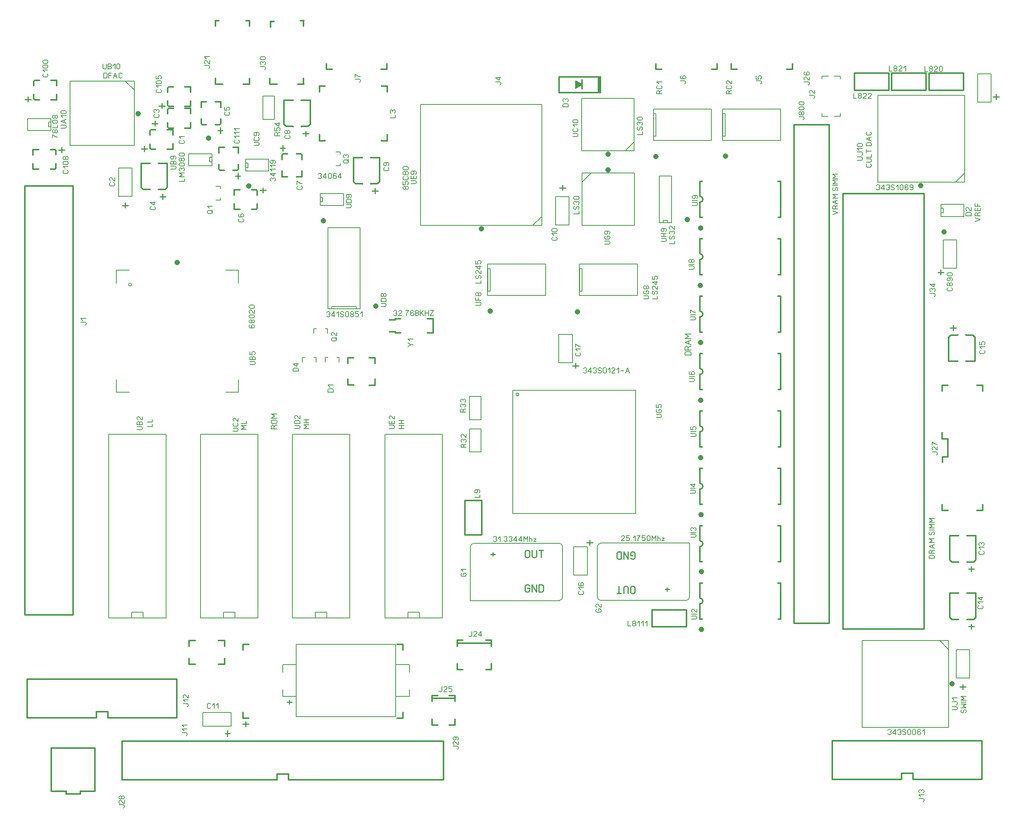
<source format=gbr>
%FSLAX34Y34*%
%MOMM*%
%LNSILK_TOP*%
G71*
G01*
%ADD10C,0.150*%
%ADD11C,0.206*%
%ADD12C,0.300*%
%ADD13C,0.278*%
%ADD14C,0.200*%
%ADD15C,0.290*%
%ADD16C,0.144*%
%ADD17C,1.200*%
%ADD18C,0.222*%
%ADD19C,0.167*%
%LPD*%
G54D10*
X1945848Y1606616D02*
X1945848Y1414616D01*
X2137850Y1414616D01*
X2137850Y1606616D01*
X1945848Y1606616D01*
G54D10*
X2117850Y1414616D02*
X2137850Y1434616D01*
G54D10*
X934301Y1586386D02*
X934301Y1318386D01*
X1202301Y1318386D01*
X1202301Y1586386D01*
X934301Y1586386D01*
G54D10*
X1182301Y1318386D02*
X1202301Y1338386D01*
G54D10*
X158588Y1496072D02*
X300588Y1496072D01*
X300588Y1638072D01*
X158588Y1638072D01*
X158588Y1496072D01*
G54D10*
X300588Y1618072D02*
X280588Y1638072D01*
G54D11*
X231657Y1676378D02*
X231657Y1666989D01*
X232524Y1665544D01*
X234257Y1664822D01*
X235990Y1664822D01*
X237724Y1665544D01*
X238590Y1666989D01*
X238590Y1676378D01*
G54D11*
X242634Y1664822D02*
X242634Y1676378D01*
X246967Y1676378D01*
X248700Y1675655D01*
X249567Y1674211D01*
X249567Y1672766D01*
X248700Y1671322D01*
X246967Y1670600D01*
X248700Y1669878D01*
X249567Y1668433D01*
X249567Y1666989D01*
X248700Y1665544D01*
X246967Y1664822D01*
X242634Y1664822D01*
G54D11*
X242634Y1670600D02*
X246967Y1670600D01*
G54D11*
X253611Y1672044D02*
X257944Y1676378D01*
X257944Y1664822D01*
G54D11*
X268921Y1674211D02*
X268921Y1666989D01*
X268054Y1665544D01*
X266321Y1664822D01*
X264588Y1664822D01*
X262854Y1665544D01*
X261988Y1666989D01*
X261988Y1674211D01*
X262854Y1675655D01*
X264588Y1676378D01*
X266321Y1676378D01*
X268054Y1675655D01*
X268921Y1674211D01*
G54D11*
X233244Y1644528D02*
X233244Y1656084D01*
X237578Y1656084D01*
X239311Y1655362D01*
X240178Y1653917D01*
X240178Y1646695D01*
X239311Y1645250D01*
X237578Y1644528D01*
X233244Y1644528D01*
G54D11*
X244221Y1644528D02*
X244221Y1656084D01*
X250288Y1656084D01*
G54D11*
X244221Y1650306D02*
X250288Y1650306D01*
G54D11*
X254332Y1644528D02*
X258666Y1656084D01*
X262999Y1644528D01*
G54D11*
X256066Y1648862D02*
X261266Y1648862D01*
G54D11*
X273976Y1646695D02*
X273110Y1645250D01*
X271376Y1644528D01*
X269643Y1644528D01*
X267910Y1645250D01*
X267043Y1646695D01*
X267043Y1653917D01*
X267910Y1655362D01*
X269643Y1656084D01*
X271376Y1656084D01*
X273110Y1655362D01*
X273976Y1653917D01*
G54D10*
X261079Y977623D02*
X261079Y949223D01*
X289479Y949223D01*
G54D10*
X531079Y977623D02*
X531079Y949223D01*
X502679Y949223D01*
G54D10*
X531079Y1190823D02*
X531079Y1219223D01*
X502679Y1219223D01*
G54D10*
X261079Y1190823D02*
X261079Y1219223D01*
X289479Y1219223D01*
G54D11*
X556407Y1010547D02*
X565796Y1010547D01*
X567240Y1011414D01*
X567963Y1013147D01*
X567963Y1014880D01*
X567240Y1016614D01*
X565796Y1017480D01*
X556407Y1017480D01*
G54D11*
X567963Y1021524D02*
X556407Y1021524D01*
X556407Y1025858D01*
X557130Y1027591D01*
X558574Y1028458D01*
X560018Y1028458D01*
X561463Y1027591D01*
X562185Y1025858D01*
X562907Y1027591D01*
X564352Y1028458D01*
X565796Y1028458D01*
X567240Y1027591D01*
X567963Y1025858D01*
X567963Y1021524D01*
G54D11*
X562185Y1021524D02*
X562185Y1025858D01*
G54D11*
X556407Y1039434D02*
X556407Y1032501D01*
X561463Y1032501D01*
X561463Y1033368D01*
X560740Y1035101D01*
X560740Y1036834D01*
X561463Y1038568D01*
X562907Y1039434D01*
X565796Y1039434D01*
X567240Y1038568D01*
X567963Y1036834D01*
X567963Y1035101D01*
X567240Y1033368D01*
X565796Y1032501D01*
G54D11*
X557082Y1098363D02*
X555638Y1097497D01*
X554915Y1095763D01*
X554915Y1094030D01*
X555638Y1092297D01*
X557082Y1091430D01*
X560693Y1091430D01*
X561415Y1091430D01*
X559971Y1094030D01*
X559971Y1095763D01*
X560693Y1097497D01*
X562138Y1098363D01*
X564304Y1098363D01*
X565748Y1097497D01*
X566471Y1095763D01*
X566471Y1094030D01*
X565748Y1092297D01*
X564304Y1091430D01*
X560693Y1091430D01*
G54D11*
X560693Y1106740D02*
X560693Y1105007D01*
X559971Y1103274D01*
X558526Y1102407D01*
X557082Y1102407D01*
X555638Y1103274D01*
X554915Y1105007D01*
X554915Y1106740D01*
X555638Y1108474D01*
X557082Y1109340D01*
X558526Y1109340D01*
X559971Y1108474D01*
X560693Y1106740D01*
X561415Y1108474D01*
X562860Y1109340D01*
X564304Y1109340D01*
X565748Y1108474D01*
X566471Y1106740D01*
X566471Y1105007D01*
X565748Y1103274D01*
X564304Y1102407D01*
X562860Y1102407D01*
X561415Y1103274D01*
X560693Y1105007D01*
G54D11*
X557082Y1120317D02*
X564304Y1120317D01*
X565748Y1119451D01*
X566471Y1117717D01*
X566471Y1115984D01*
X565748Y1114251D01*
X564304Y1113384D01*
X557082Y1113384D01*
X555638Y1114251D01*
X554915Y1115984D01*
X554915Y1117717D01*
X555638Y1119451D01*
X557082Y1120317D01*
G54D11*
X566471Y1131294D02*
X566471Y1124361D01*
X565748Y1124361D01*
X564304Y1125228D01*
X559971Y1130428D01*
X558526Y1131294D01*
X557082Y1131294D01*
X555638Y1130428D01*
X554915Y1128694D01*
X554915Y1126961D01*
X555638Y1125228D01*
X557082Y1124361D01*
G54D11*
X557082Y1142271D02*
X564304Y1142271D01*
X565748Y1141405D01*
X566471Y1139671D01*
X566471Y1137938D01*
X565748Y1136205D01*
X564304Y1135338D01*
X557082Y1135338D01*
X555638Y1136205D01*
X554915Y1137938D01*
X554915Y1139671D01*
X555638Y1141405D01*
X557082Y1142271D01*
G54D10*
G75*
G01X294479Y1187648D02*
G03X294479Y1187648I-3175J0D01*
G01*
G54D10*
X1407570Y1318404D02*
X1407570Y1434404D01*
X1291570Y1434404D01*
X1291570Y1318404D01*
X1407570Y1318404D01*
G54D10*
X1311570Y1434404D02*
X1291570Y1414404D01*
G54D11*
X1341159Y1277233D02*
X1350548Y1277233D01*
X1351992Y1278100D01*
X1352714Y1279833D01*
X1352714Y1281566D01*
X1351992Y1283300D01*
X1350548Y1284166D01*
X1341159Y1284166D01*
G54D11*
X1346937Y1291677D02*
X1346937Y1295143D01*
X1350548Y1295143D01*
X1351992Y1294277D01*
X1352714Y1292543D01*
X1352714Y1290810D01*
X1351992Y1289077D01*
X1350548Y1288210D01*
X1343326Y1288210D01*
X1341881Y1289077D01*
X1341159Y1290810D01*
X1341159Y1292543D01*
X1341881Y1294277D01*
X1343326Y1295143D01*
G54D11*
X1350548Y1299187D02*
X1351992Y1300054D01*
X1352714Y1301787D01*
X1352714Y1303520D01*
X1351992Y1305254D01*
X1350548Y1306120D01*
X1346937Y1306120D01*
X1346214Y1306120D01*
X1347659Y1303520D01*
X1347659Y1301787D01*
X1346937Y1300054D01*
X1345492Y1299187D01*
X1343326Y1299187D01*
X1341881Y1300054D01*
X1341159Y1301787D01*
X1341159Y1303520D01*
X1341881Y1305254D01*
X1343326Y1306120D01*
X1346937Y1306120D01*
G54D11*
X1273026Y1344357D02*
X1284582Y1344357D01*
X1284582Y1350424D01*
G54D11*
X1282415Y1354468D02*
X1283860Y1355335D01*
X1284582Y1357068D01*
X1284582Y1358802D01*
X1283860Y1360535D01*
X1282415Y1361402D01*
X1280971Y1361402D01*
X1279526Y1360535D01*
X1278804Y1358802D01*
X1278804Y1357068D01*
X1278082Y1355335D01*
X1276637Y1354468D01*
X1275193Y1354468D01*
X1273748Y1355335D01*
X1273026Y1357068D01*
X1273026Y1358802D01*
X1273748Y1360535D01*
X1275193Y1361402D01*
G54D11*
X1275193Y1365445D02*
X1273748Y1366312D01*
X1273026Y1368045D01*
X1273026Y1369779D01*
X1273748Y1371512D01*
X1275193Y1372379D01*
X1276637Y1372379D01*
X1278082Y1371512D01*
X1278804Y1369779D01*
X1279526Y1371512D01*
X1280971Y1372379D01*
X1282415Y1372379D01*
X1283860Y1371512D01*
X1284582Y1369779D01*
X1284582Y1368045D01*
X1283860Y1366312D01*
X1282415Y1365445D01*
G54D11*
X1275193Y1383356D02*
X1282415Y1383356D01*
X1283860Y1382489D01*
X1284582Y1380756D01*
X1284582Y1379022D01*
X1283860Y1377289D01*
X1282415Y1376422D01*
X1275193Y1376422D01*
X1273748Y1377289D01*
X1273026Y1379022D01*
X1273026Y1380756D01*
X1273748Y1382489D01*
X1275193Y1383356D01*
G54D10*
X1290775Y1599416D02*
X1290775Y1483416D01*
X1406775Y1483416D01*
X1406775Y1599416D01*
X1290775Y1599416D01*
G54D10*
X1386775Y1483416D02*
X1406775Y1503416D01*
G54D11*
X1270734Y1515050D02*
X1280123Y1515050D01*
X1281567Y1515917D01*
X1282289Y1517650D01*
X1282289Y1519384D01*
X1281567Y1521117D01*
X1280123Y1521984D01*
X1270734Y1521984D01*
G54D11*
X1280123Y1532961D02*
X1281567Y1532094D01*
X1282289Y1530361D01*
X1282289Y1528627D01*
X1281567Y1526894D01*
X1280123Y1526027D01*
X1272900Y1526027D01*
X1271456Y1526894D01*
X1270734Y1528627D01*
X1270734Y1530361D01*
X1271456Y1532094D01*
X1272900Y1532961D01*
G54D11*
X1275067Y1537004D02*
X1270734Y1541338D01*
X1282289Y1541338D01*
G54D11*
X1272900Y1552315D02*
X1280123Y1552315D01*
X1281567Y1551448D01*
X1282289Y1549715D01*
X1282289Y1547981D01*
X1281567Y1546248D01*
X1280123Y1545381D01*
X1272900Y1545381D01*
X1271456Y1546248D01*
X1270734Y1547981D01*
X1270734Y1549715D01*
X1271456Y1551448D01*
X1272900Y1552315D01*
G54D11*
X1413519Y1519687D02*
X1425074Y1519687D01*
X1425074Y1525754D01*
G54D11*
X1422908Y1529798D02*
X1424352Y1530665D01*
X1425074Y1532398D01*
X1425074Y1534132D01*
X1424352Y1535865D01*
X1422908Y1536732D01*
X1421463Y1536732D01*
X1420019Y1535865D01*
X1419296Y1534132D01*
X1419296Y1532398D01*
X1418574Y1530665D01*
X1417130Y1529798D01*
X1415685Y1529798D01*
X1414241Y1530665D01*
X1413519Y1532398D01*
X1413519Y1534132D01*
X1414241Y1535865D01*
X1415685Y1536732D01*
G54D11*
X1415685Y1540775D02*
X1414241Y1541642D01*
X1413519Y1543375D01*
X1413519Y1545109D01*
X1414241Y1546842D01*
X1415685Y1547709D01*
X1417130Y1547709D01*
X1418574Y1546842D01*
X1419296Y1545109D01*
X1420019Y1546842D01*
X1421463Y1547709D01*
X1422908Y1547709D01*
X1424352Y1546842D01*
X1425074Y1545109D01*
X1425074Y1543375D01*
X1424352Y1541642D01*
X1422908Y1540775D01*
G54D11*
X1415685Y1558686D02*
X1422908Y1558686D01*
X1424352Y1557819D01*
X1425074Y1556086D01*
X1425074Y1554352D01*
X1424352Y1552619D01*
X1422908Y1551752D01*
X1415685Y1551752D01*
X1414241Y1552619D01*
X1413519Y1554352D01*
X1413519Y1556086D01*
X1414241Y1557819D01*
X1415685Y1558686D01*
G54D10*
X1410007Y953421D02*
X1138007Y953421D01*
X1138007Y681421D01*
X1410007Y681421D01*
X1410007Y953421D01*
G54D10*
G75*
G01X1151582Y944596D02*
G03X1151582Y944596I-3175J0D01*
G01*
G54D10*
X1449305Y1576260D02*
X1449305Y1506735D01*
X1577605Y1506735D01*
X1577605Y1576260D01*
X1449305Y1576260D01*
G54D10*
X1449548Y1565772D02*
X1449548Y1515772D01*
X1454548Y1515772D01*
X1454548Y1565772D01*
X1449548Y1565772D01*
G54D10*
X2085438Y1364877D02*
X2085438Y1338527D01*
X2136538Y1338527D01*
X2136538Y1364877D01*
X2085438Y1364877D01*
G54D10*
X2085405Y1356558D02*
X2085405Y1346558D01*
X2090405Y1346558D01*
X2090405Y1356558D01*
X2085405Y1356558D01*
G54D10*
X1462639Y1324786D02*
X1488989Y1324786D01*
X1488989Y1427685D01*
X1462639Y1427685D01*
X1462639Y1324786D01*
G54D10*
X1470813Y1324783D02*
X1480813Y1324783D01*
X1480813Y1329783D01*
X1470813Y1329783D01*
X1470813Y1324783D01*
G54D11*
X1466347Y1283108D02*
X1475736Y1283108D01*
X1477180Y1283975D01*
X1477903Y1285708D01*
X1477903Y1287442D01*
X1477180Y1289175D01*
X1475736Y1290042D01*
X1466347Y1290042D01*
G54D11*
X1477903Y1294085D02*
X1466347Y1294085D01*
G54D11*
X1477903Y1301019D02*
X1466347Y1301019D01*
G54D11*
X1472125Y1294085D02*
X1472125Y1301019D01*
G54D11*
X1475736Y1305062D02*
X1477180Y1305929D01*
X1477903Y1307662D01*
X1477903Y1309396D01*
X1477180Y1311129D01*
X1475736Y1311996D01*
X1472125Y1311996D01*
X1471403Y1311996D01*
X1472847Y1309396D01*
X1472847Y1307662D01*
X1472125Y1305929D01*
X1470680Y1305062D01*
X1468514Y1305062D01*
X1467069Y1305929D01*
X1466347Y1307662D01*
X1466347Y1309396D01*
X1467069Y1311129D01*
X1468514Y1311996D01*
X1472125Y1311996D01*
G54D11*
X1484334Y1277836D02*
X1495890Y1277836D01*
X1495890Y1283903D01*
G54D11*
X1493723Y1287948D02*
X1495167Y1288814D01*
X1495890Y1290548D01*
X1495890Y1292281D01*
X1495167Y1294014D01*
X1493723Y1294881D01*
X1492278Y1294881D01*
X1490834Y1294014D01*
X1490112Y1292281D01*
X1490112Y1290548D01*
X1489390Y1288814D01*
X1487945Y1287948D01*
X1486501Y1287948D01*
X1485056Y1288814D01*
X1484334Y1290548D01*
X1484334Y1292281D01*
X1485056Y1294014D01*
X1486501Y1294881D01*
G54D11*
X1486501Y1298924D02*
X1485056Y1299791D01*
X1484334Y1301524D01*
X1484334Y1303258D01*
X1485056Y1304991D01*
X1486501Y1305858D01*
X1487945Y1305858D01*
X1489390Y1304991D01*
X1490112Y1303258D01*
X1490834Y1304991D01*
X1492278Y1305858D01*
X1493723Y1305858D01*
X1495167Y1304991D01*
X1495890Y1303258D01*
X1495890Y1301524D01*
X1495167Y1299791D01*
X1493723Y1298924D01*
G54D11*
X1495890Y1316835D02*
X1495890Y1309902D01*
X1495167Y1309902D01*
X1493723Y1310768D01*
X1489390Y1315968D01*
X1487945Y1316835D01*
X1486501Y1316835D01*
X1485056Y1315968D01*
X1484334Y1314235D01*
X1484334Y1312502D01*
X1485056Y1310768D01*
X1486501Y1309902D01*
G54D10*
X1910648Y207801D02*
X2102650Y207801D01*
X2102650Y399802D01*
X1910648Y399802D01*
X1910648Y207801D01*
G54D10*
X2102650Y379802D02*
X2082650Y399802D01*
G54D11*
X2110263Y246433D02*
X2119652Y246433D01*
X2121096Y247300D01*
X2121818Y249033D01*
X2121818Y250766D01*
X2121096Y252500D01*
X2119652Y253366D01*
X2110263Y253366D01*
G54D11*
X2110263Y264343D02*
X2119652Y264343D01*
X2121096Y263477D01*
X2121818Y261743D01*
X2121818Y260010D01*
X2121096Y258277D01*
X2119652Y257410D01*
G54D11*
X2114596Y268387D02*
X2110263Y272720D01*
X2121818Y272720D01*
G54D11*
X1968119Y201162D02*
X1968986Y202606D01*
X1970719Y203328D01*
X1972452Y203328D01*
X1974186Y202606D01*
X1975052Y201162D01*
X1975052Y199717D01*
X1974186Y198273D01*
X1972452Y197550D01*
X1974186Y196828D01*
X1975052Y195384D01*
X1975052Y193940D01*
X1974186Y192495D01*
X1972452Y191773D01*
X1970719Y191773D01*
X1968986Y192495D01*
X1968119Y193940D01*
G54D11*
X1984296Y191773D02*
X1984296Y203328D01*
X1979096Y196106D01*
X1979096Y194662D01*
X1986029Y194662D01*
G54D11*
X1990073Y201162D02*
X1990940Y202606D01*
X1992673Y203328D01*
X1994406Y203328D01*
X1996140Y202606D01*
X1997006Y201162D01*
X1997006Y199717D01*
X1996140Y198273D01*
X1994406Y197550D01*
X1996140Y196828D01*
X1997006Y195384D01*
X1997006Y193940D01*
X1996140Y192495D01*
X1994406Y191773D01*
X1992673Y191773D01*
X1990940Y192495D01*
X1990073Y193940D01*
G54D11*
X2001050Y193940D02*
X2001917Y192495D01*
X2003650Y191773D01*
X2005383Y191773D01*
X2007117Y192495D01*
X2007983Y193940D01*
X2007983Y195384D01*
X2007116Y196828D01*
X2005383Y197550D01*
X2003650Y197550D01*
X2001917Y198273D01*
X2001050Y199717D01*
X2001050Y201162D01*
X2001917Y202606D01*
X2003650Y203328D01*
X2005383Y203328D01*
X2007116Y202606D01*
X2007983Y201162D01*
G54D11*
X2018960Y201162D02*
X2018960Y193940D01*
X2018094Y192495D01*
X2016360Y191773D01*
X2014627Y191773D01*
X2012894Y192495D01*
X2012027Y193940D01*
X2012027Y201162D01*
X2012894Y202606D01*
X2014627Y203328D01*
X2016360Y203328D01*
X2018094Y202606D01*
X2018960Y201162D01*
G54D11*
X2029937Y201162D02*
X2029937Y193940D01*
X2029071Y192495D01*
X2027337Y191773D01*
X2025604Y191773D01*
X2023871Y192495D01*
X2023004Y193940D01*
X2023004Y201162D01*
X2023871Y202606D01*
X2025604Y203328D01*
X2027337Y203328D01*
X2029071Y202606D01*
X2029937Y201162D01*
G54D11*
X2040914Y201162D02*
X2040048Y202606D01*
X2038314Y203328D01*
X2036581Y203328D01*
X2034848Y202606D01*
X2033981Y201162D01*
X2033981Y197550D01*
X2033981Y196828D01*
X2036581Y198273D01*
X2038314Y198272D01*
X2040048Y197550D01*
X2040914Y196106D01*
X2040914Y193940D01*
X2040048Y192495D01*
X2038314Y191773D01*
X2036581Y191773D01*
X2034848Y192495D01*
X2033981Y193940D01*
X2033981Y197550D01*
G54D11*
X2044958Y198995D02*
X2049291Y203328D01*
X2049291Y191773D01*
G54D11*
X2152006Y1340260D02*
X2140451Y1340260D01*
X2140451Y1344594D01*
X2141173Y1346327D01*
X2142618Y1347194D01*
X2149840Y1347194D01*
X2151284Y1346327D01*
X2152006Y1344594D01*
X2152006Y1340260D01*
G54D11*
X2152006Y1358171D02*
X2152006Y1351238D01*
X2151284Y1351238D01*
X2149840Y1352104D01*
X2145506Y1357304D01*
X2144062Y1358171D01*
X2142618Y1358171D01*
X2141173Y1357304D01*
X2140451Y1355571D01*
X2140451Y1353838D01*
X2141173Y1352104D01*
X2142618Y1351238D01*
G54D11*
X1462492Y1613542D02*
X1463937Y1616142D01*
X1465381Y1617008D01*
X1468270Y1617008D01*
G54D11*
X1468270Y1610075D02*
X1456714Y1610075D01*
X1456714Y1614408D01*
X1457437Y1616142D01*
X1458881Y1617008D01*
X1460326Y1617008D01*
X1461770Y1616142D01*
X1462492Y1614408D01*
X1462492Y1610075D01*
G54D11*
X1466104Y1627985D02*
X1467548Y1627119D01*
X1468270Y1625385D01*
X1468270Y1623652D01*
X1467548Y1621919D01*
X1466104Y1621052D01*
X1458881Y1621052D01*
X1457437Y1621919D01*
X1456714Y1623652D01*
X1456714Y1625385D01*
X1457437Y1627119D01*
X1458881Y1627985D01*
G54D11*
X1461048Y1632029D02*
X1456714Y1636362D01*
X1468270Y1636362D01*
G54D10*
X1602342Y1576470D02*
X1602342Y1506944D01*
X1730642Y1506944D01*
X1730642Y1576470D01*
X1602342Y1576470D01*
G54D10*
X1602585Y1565982D02*
X1602585Y1515982D01*
X1607585Y1515982D01*
X1607585Y1565982D01*
X1602585Y1565982D01*
G54D11*
X1616666Y1613644D02*
X1618110Y1616244D01*
X1619555Y1617111D01*
X1622444Y1617111D01*
G54D11*
X1622444Y1610178D02*
X1610888Y1610178D01*
X1610888Y1614511D01*
X1611610Y1616244D01*
X1613055Y1617111D01*
X1614500Y1617111D01*
X1615944Y1616244D01*
X1616666Y1614511D01*
X1616666Y1610178D01*
G54D11*
X1620277Y1628088D02*
X1621722Y1627221D01*
X1622444Y1625488D01*
X1622444Y1623755D01*
X1621722Y1622021D01*
X1620277Y1621155D01*
X1613055Y1621155D01*
X1611610Y1622021D01*
X1610888Y1623755D01*
X1610888Y1625488D01*
X1611610Y1627221D01*
X1613055Y1628088D01*
G54D11*
X1622444Y1639065D02*
X1622444Y1632132D01*
X1621722Y1632132D01*
X1620277Y1632998D01*
X1615944Y1638198D01*
X1614500Y1639065D01*
X1613055Y1639065D01*
X1611610Y1638198D01*
X1610888Y1636465D01*
X1610888Y1634732D01*
X1611610Y1632998D01*
X1613055Y1632132D01*
G54D10*
X1285745Y1233146D02*
X1285745Y1163620D01*
X1414045Y1163620D01*
X1414045Y1233146D01*
X1285745Y1233146D01*
G54D10*
X1285989Y1222658D02*
X1285989Y1172658D01*
X1290989Y1172658D01*
X1290989Y1222658D01*
X1285989Y1222658D01*
G54D11*
X1427409Y1156286D02*
X1436798Y1156286D01*
X1438242Y1157153D01*
X1438964Y1158886D01*
X1438964Y1160620D01*
X1438242Y1162353D01*
X1436798Y1163220D01*
X1427409Y1163220D01*
G54D11*
X1433187Y1170730D02*
X1433187Y1174197D01*
X1436798Y1174197D01*
X1438242Y1173330D01*
X1438964Y1171597D01*
X1438964Y1169864D01*
X1438242Y1168130D01*
X1436798Y1167264D01*
X1429576Y1167264D01*
X1428131Y1168130D01*
X1427409Y1169864D01*
X1427409Y1171597D01*
X1428131Y1173330D01*
X1429576Y1174197D01*
G54D11*
X1433187Y1182574D02*
X1433187Y1180840D01*
X1432464Y1179107D01*
X1431020Y1178240D01*
X1429576Y1178240D01*
X1428131Y1179107D01*
X1427409Y1180840D01*
X1427409Y1182574D01*
X1428131Y1184307D01*
X1429576Y1185174D01*
X1431020Y1185174D01*
X1432464Y1184307D01*
X1433187Y1182574D01*
X1433909Y1184307D01*
X1435353Y1185174D01*
X1436798Y1185174D01*
X1438242Y1184307D01*
X1438964Y1182574D01*
X1438964Y1180840D01*
X1438242Y1179107D01*
X1436798Y1178240D01*
X1435353Y1178240D01*
X1433909Y1179107D01*
X1433187Y1180840D01*
G54D11*
X1446684Y1156405D02*
X1458240Y1156405D01*
X1458240Y1162472D01*
G54D11*
X1456073Y1166516D02*
X1457518Y1167383D01*
X1458240Y1169116D01*
X1458240Y1170849D01*
X1457518Y1172583D01*
X1456073Y1173449D01*
X1454629Y1173449D01*
X1453184Y1172583D01*
X1452462Y1170849D01*
X1452462Y1169116D01*
X1451740Y1167383D01*
X1450295Y1166516D01*
X1448851Y1166516D01*
X1447406Y1167383D01*
X1446684Y1169116D01*
X1446684Y1170849D01*
X1447406Y1172583D01*
X1448851Y1173449D01*
G54D11*
X1458240Y1184426D02*
X1458240Y1177493D01*
X1457518Y1177493D01*
X1456073Y1178360D01*
X1451740Y1183560D01*
X1450295Y1184426D01*
X1448851Y1184426D01*
X1447406Y1183560D01*
X1446684Y1181826D01*
X1446684Y1180093D01*
X1447406Y1178360D01*
X1448851Y1177493D01*
G54D11*
X1458240Y1193670D02*
X1446684Y1193670D01*
X1453906Y1188470D01*
X1455351Y1188470D01*
X1455351Y1195403D01*
G54D11*
X1446684Y1206380D02*
X1446684Y1199447D01*
X1451740Y1199447D01*
X1451740Y1200314D01*
X1451018Y1202047D01*
X1451018Y1203780D01*
X1451740Y1205514D01*
X1453184Y1206380D01*
X1456073Y1206380D01*
X1457518Y1205514D01*
X1458240Y1203780D01*
X1458240Y1202047D01*
X1457518Y1200314D01*
X1456073Y1199447D01*
G54D10*
X1082545Y1233146D02*
X1082545Y1163620D01*
X1210845Y1163620D01*
X1210845Y1233146D01*
X1082545Y1233146D01*
G54D10*
X1082789Y1222658D02*
X1082789Y1172658D01*
X1087789Y1172658D01*
X1087789Y1222658D01*
X1082789Y1222658D01*
G54D11*
X1056295Y1141638D02*
X1065684Y1141638D01*
X1067128Y1142505D01*
X1067851Y1144238D01*
X1067851Y1145972D01*
X1067128Y1147705D01*
X1065684Y1148572D01*
X1056295Y1148572D01*
G54D11*
X1067851Y1152615D02*
X1056295Y1152615D01*
X1056295Y1158682D01*
G54D11*
X1062073Y1152615D02*
X1062073Y1158682D01*
G54D11*
X1062073Y1167060D02*
X1062073Y1165326D01*
X1061351Y1163593D01*
X1059906Y1162726D01*
X1058462Y1162726D01*
X1057018Y1163593D01*
X1056295Y1165326D01*
X1056295Y1167060D01*
X1057018Y1168793D01*
X1058462Y1169660D01*
X1059906Y1169660D01*
X1061351Y1168793D01*
X1062073Y1167060D01*
X1062795Y1168793D01*
X1064240Y1169660D01*
X1065684Y1169660D01*
X1067128Y1168793D01*
X1067851Y1167060D01*
X1067851Y1165326D01*
X1067128Y1163593D01*
X1065684Y1162726D01*
X1064240Y1162726D01*
X1062795Y1163593D01*
X1062073Y1165326D01*
G54D11*
X1056159Y1190536D02*
X1067715Y1190536D01*
X1067715Y1196603D01*
G54D11*
X1065548Y1200647D02*
X1066993Y1201514D01*
X1067715Y1203247D01*
X1067715Y1204981D01*
X1066993Y1206714D01*
X1065548Y1207581D01*
X1064104Y1207581D01*
X1062659Y1206714D01*
X1061937Y1204981D01*
X1061937Y1203247D01*
X1061215Y1201514D01*
X1059770Y1200647D01*
X1058326Y1200647D01*
X1056882Y1201514D01*
X1056159Y1203247D01*
X1056159Y1204981D01*
X1056882Y1206714D01*
X1058326Y1207581D01*
G54D11*
X1067715Y1218558D02*
X1067715Y1211624D01*
X1066993Y1211624D01*
X1065548Y1212491D01*
X1061215Y1217691D01*
X1059770Y1218558D01*
X1058326Y1218558D01*
X1056882Y1217691D01*
X1056159Y1215958D01*
X1056159Y1214224D01*
X1056882Y1212491D01*
X1058326Y1211624D01*
G54D11*
X1067715Y1227801D02*
X1056159Y1227801D01*
X1063382Y1222601D01*
X1064826Y1222601D01*
X1064826Y1229535D01*
G54D11*
X1056159Y1240512D02*
X1056159Y1233578D01*
X1061215Y1233578D01*
X1061215Y1234445D01*
X1060493Y1236178D01*
X1060493Y1237912D01*
X1061215Y1239645D01*
X1062659Y1240512D01*
X1065548Y1240512D01*
X1066993Y1239645D01*
X1067715Y1237912D01*
X1067715Y1236178D01*
X1066993Y1234445D01*
X1065548Y1233578D01*
G54D10*
X729491Y1134187D02*
X799841Y1134187D01*
X799841Y1313285D01*
X729491Y1313285D01*
X729491Y1134187D01*
G54D10*
X737666Y1134187D02*
X791666Y1134187D01*
X791666Y1139187D01*
X737666Y1139187D01*
X737666Y1134187D01*
G54D11*
X846461Y1139339D02*
X855850Y1139339D01*
X857294Y1140206D01*
X858016Y1141939D01*
X858016Y1143672D01*
X857294Y1145406D01*
X855850Y1146272D01*
X846461Y1146272D01*
G54D11*
X858016Y1150316D02*
X846461Y1150316D01*
X846461Y1154649D01*
X847183Y1156383D01*
X848627Y1157249D01*
X855850Y1157249D01*
X857294Y1156383D01*
X858016Y1154649D01*
X858016Y1150316D01*
G54D11*
X852238Y1165626D02*
X852238Y1163893D01*
X851516Y1162160D01*
X850072Y1161293D01*
X848627Y1161293D01*
X847183Y1162160D01*
X846461Y1163893D01*
X846461Y1165626D01*
X847183Y1167360D01*
X848627Y1168226D01*
X850072Y1168226D01*
X851516Y1167360D01*
X852238Y1165626D01*
X852961Y1167360D01*
X854405Y1168226D01*
X855850Y1168226D01*
X857294Y1167360D01*
X858016Y1165626D01*
X858016Y1163893D01*
X857294Y1162160D01*
X855850Y1161293D01*
X854405Y1161293D01*
X852961Y1162160D01*
X852238Y1163893D01*
G54D11*
X726572Y1125756D02*
X727438Y1127200D01*
X729172Y1127922D01*
X730905Y1127922D01*
X732638Y1127200D01*
X733505Y1125756D01*
X733505Y1124312D01*
X732638Y1122867D01*
X730905Y1122145D01*
X732638Y1121423D01*
X733505Y1119978D01*
X733505Y1118534D01*
X732638Y1117089D01*
X730905Y1116367D01*
X729172Y1116367D01*
X727438Y1117089D01*
X726572Y1118534D01*
G54D11*
X742749Y1116367D02*
X742749Y1127922D01*
X737549Y1120700D01*
X737549Y1119256D01*
X744482Y1119256D01*
G54D11*
X748526Y1123589D02*
X752859Y1127922D01*
X752859Y1116367D01*
G54D11*
X756903Y1118534D02*
X757770Y1117089D01*
X759503Y1116367D01*
X761236Y1116367D01*
X762969Y1117089D01*
X763836Y1118534D01*
X763836Y1119978D01*
X762969Y1121423D01*
X761236Y1122145D01*
X759503Y1122145D01*
X757770Y1122867D01*
X756903Y1124312D01*
X756903Y1125756D01*
X757770Y1127200D01*
X759503Y1127922D01*
X761236Y1127922D01*
X762969Y1127200D01*
X763836Y1125756D01*
G54D11*
X774813Y1125756D02*
X774813Y1118534D01*
X773946Y1117089D01*
X772213Y1116367D01*
X770480Y1116367D01*
X768746Y1117089D01*
X767880Y1118534D01*
X767880Y1125756D01*
X768746Y1127200D01*
X770480Y1127922D01*
X772213Y1127922D01*
X773946Y1127200D01*
X774813Y1125756D01*
G54D11*
X783190Y1122145D02*
X781457Y1122145D01*
X779723Y1122867D01*
X778857Y1124312D01*
X778857Y1125756D01*
X779723Y1127200D01*
X781457Y1127922D01*
X783190Y1127922D01*
X784924Y1127200D01*
X785790Y1125756D01*
X785790Y1124312D01*
X784924Y1122867D01*
X783190Y1122145D01*
X784923Y1121423D01*
X785790Y1119978D01*
X785790Y1118534D01*
X784923Y1117089D01*
X783190Y1116367D01*
X781457Y1116367D01*
X779723Y1117089D01*
X778857Y1118534D01*
X778857Y1119978D01*
X779723Y1121423D01*
X781457Y1122145D01*
G54D11*
X796767Y1127922D02*
X789834Y1127922D01*
X789834Y1122867D01*
X790700Y1122867D01*
X792434Y1123589D01*
X794167Y1123589D01*
X795900Y1122867D01*
X796767Y1121422D01*
X796767Y1118534D01*
X795900Y1117089D01*
X794167Y1116367D01*
X792434Y1116367D01*
X790700Y1117089D01*
X789834Y1118534D01*
G54D11*
X800811Y1123589D02*
X805144Y1127922D01*
X805144Y1116367D01*
G54D10*
X712363Y1389190D02*
X712363Y1362840D01*
X763463Y1362840D01*
X763463Y1389190D01*
X712363Y1389190D01*
G54D10*
X712330Y1380871D02*
X712330Y1370871D01*
X717330Y1370871D01*
X717330Y1380871D01*
X712330Y1380871D01*
G54D11*
X769458Y1358057D02*
X778847Y1358057D01*
X780292Y1358924D01*
X781014Y1360657D01*
X781014Y1362390D01*
X780292Y1364124D01*
X778847Y1364990D01*
X769458Y1364990D01*
G54D11*
X781014Y1369034D02*
X769458Y1369034D01*
X769458Y1373367D01*
X770181Y1375100D01*
X771625Y1375967D01*
X778847Y1375967D01*
X780292Y1375100D01*
X781014Y1373367D01*
X781014Y1369034D01*
G54D11*
X778847Y1380011D02*
X780292Y1380878D01*
X781014Y1382611D01*
X781014Y1384344D01*
X780292Y1386078D01*
X778847Y1386944D01*
X775236Y1386944D01*
X774514Y1386944D01*
X775958Y1384344D01*
X775958Y1382611D01*
X775236Y1380878D01*
X773792Y1380011D01*
X771625Y1380011D01*
X770181Y1380878D01*
X769458Y1382611D01*
X769458Y1384344D01*
X770181Y1386078D01*
X771625Y1386944D01*
X775236Y1386944D01*
G54D11*
X708007Y1431854D02*
X708874Y1433298D01*
X710607Y1434021D01*
X712340Y1434021D01*
X714074Y1433298D01*
X714940Y1431854D01*
X714940Y1430409D01*
X714074Y1428965D01*
X712340Y1428243D01*
X714074Y1427521D01*
X714940Y1426076D01*
X714940Y1424632D01*
X714074Y1423187D01*
X712340Y1422465D01*
X710607Y1422465D01*
X708874Y1423187D01*
X708007Y1424632D01*
G54D11*
X724184Y1422465D02*
X724184Y1434021D01*
X718984Y1426798D01*
X718984Y1425354D01*
X725917Y1425354D01*
G54D11*
X736894Y1431854D02*
X736894Y1424632D01*
X736028Y1423187D01*
X734294Y1422465D01*
X732561Y1422465D01*
X730828Y1423187D01*
X729961Y1424632D01*
X729961Y1431854D01*
X730828Y1433298D01*
X732561Y1434021D01*
X734294Y1434021D01*
X736028Y1433298D01*
X736894Y1431854D01*
G54D11*
X747871Y1431854D02*
X747004Y1433298D01*
X745271Y1434021D01*
X743538Y1434021D01*
X741804Y1433298D01*
X740938Y1431854D01*
X740938Y1428243D01*
X740938Y1427521D01*
X743538Y1428965D01*
X745271Y1428965D01*
X747004Y1428243D01*
X747871Y1426798D01*
X747871Y1424632D01*
X747004Y1423187D01*
X745271Y1422465D01*
X743538Y1422465D01*
X741804Y1423187D01*
X740938Y1424632D01*
X740938Y1428243D01*
G54D11*
X757115Y1422465D02*
X757115Y1434021D01*
X751915Y1426798D01*
X751915Y1425354D01*
X758848Y1425354D01*
G54D10*
X547140Y1465245D02*
X547140Y1438895D01*
X598240Y1438895D01*
X598240Y1465245D01*
X547140Y1465245D01*
G54D10*
X547107Y1456926D02*
X547107Y1446926D01*
X552107Y1446926D01*
X552107Y1456926D01*
X547107Y1456926D01*
G54D11*
X565342Y1495230D02*
X574730Y1495230D01*
X576175Y1496097D01*
X576897Y1497830D01*
X576897Y1499564D01*
X576175Y1501297D01*
X574730Y1502164D01*
X565342Y1502164D01*
G54D11*
X574730Y1513140D02*
X576175Y1512274D01*
X576897Y1510540D01*
X576897Y1508807D01*
X576175Y1507074D01*
X574730Y1506207D01*
X567508Y1506207D01*
X566064Y1507074D01*
X565342Y1508807D01*
X565342Y1510540D01*
X566064Y1512274D01*
X567508Y1513140D01*
G54D11*
X574730Y1517184D02*
X576175Y1518051D01*
X576897Y1519784D01*
X576897Y1521518D01*
X576175Y1523251D01*
X574730Y1524118D01*
X571119Y1524118D01*
X570397Y1524118D01*
X571842Y1521518D01*
X571842Y1519784D01*
X571119Y1518051D01*
X569675Y1517184D01*
X567508Y1517184D01*
X566064Y1518051D01*
X565342Y1519784D01*
X565342Y1521518D01*
X566064Y1523251D01*
X567508Y1524118D01*
X571119Y1524118D01*
G54D11*
X603393Y1416887D02*
X601949Y1417753D01*
X601227Y1419487D01*
X601227Y1421220D01*
X601949Y1422953D01*
X603393Y1423820D01*
X604838Y1423820D01*
X606282Y1422953D01*
X607004Y1421220D01*
X607727Y1422953D01*
X609171Y1423820D01*
X610616Y1423820D01*
X612060Y1422953D01*
X612782Y1421220D01*
X612782Y1419487D01*
X612060Y1417753D01*
X610616Y1416887D01*
G54D11*
X612782Y1433064D02*
X601227Y1433064D01*
X608449Y1427864D01*
X609893Y1427864D01*
X609893Y1434797D01*
G54D11*
X605560Y1438841D02*
X601227Y1443174D01*
X612782Y1443174D01*
G54D11*
X605560Y1447218D02*
X601227Y1451551D01*
X612782Y1451551D01*
G54D11*
X610616Y1455595D02*
X612060Y1456461D01*
X612782Y1458195D01*
X612782Y1459928D01*
X612060Y1461661D01*
X610616Y1462528D01*
X607004Y1462528D01*
X606282Y1462528D01*
X607727Y1459928D01*
X607727Y1458195D01*
X607004Y1456461D01*
X605560Y1455595D01*
X603393Y1455595D01*
X601949Y1456461D01*
X601227Y1458195D01*
X601227Y1459928D01*
X601949Y1461661D01*
X603393Y1462528D01*
X607004Y1462528D01*
G54D10*
X472382Y1451092D02*
X472382Y1477442D01*
X421282Y1477442D01*
X421282Y1451092D01*
X472382Y1451092D01*
G54D10*
X472415Y1459411D02*
X472415Y1469411D01*
X467415Y1469411D01*
X467415Y1459411D01*
X472415Y1459411D01*
G54D11*
X381027Y1442996D02*
X390416Y1442996D01*
X391860Y1443862D01*
X392583Y1445596D01*
X392583Y1447329D01*
X391860Y1449062D01*
X390416Y1449929D01*
X381027Y1449929D01*
G54D11*
X392583Y1453973D02*
X381027Y1453973D01*
X381027Y1458306D01*
X381750Y1460039D01*
X383194Y1460906D01*
X384638Y1460906D01*
X386083Y1460039D01*
X386805Y1458306D01*
X387527Y1460039D01*
X388972Y1460906D01*
X390416Y1460906D01*
X391860Y1460039D01*
X392583Y1458306D01*
X392583Y1453973D01*
G54D11*
X386805Y1453973D02*
X386805Y1458306D01*
G54D11*
X390416Y1464950D02*
X391860Y1465816D01*
X392583Y1467550D01*
X392583Y1469283D01*
X391860Y1471016D01*
X390416Y1471883D01*
X386805Y1471883D01*
X386083Y1471883D01*
X387527Y1469283D01*
X387527Y1467550D01*
X386805Y1465816D01*
X385360Y1464950D01*
X383194Y1464950D01*
X381750Y1465816D01*
X381027Y1467550D01*
X381027Y1469283D01*
X381750Y1471016D01*
X383194Y1471883D01*
X386805Y1471883D01*
G54D11*
X400144Y1415832D02*
X411700Y1415832D01*
X411700Y1421899D01*
G54D11*
X411700Y1425943D02*
X400144Y1425943D01*
X407366Y1430277D01*
X400144Y1434610D01*
X411700Y1434610D01*
G54D11*
X402311Y1438654D02*
X400866Y1439521D01*
X400144Y1441254D01*
X400144Y1442988D01*
X400866Y1444721D01*
X402311Y1445588D01*
X403756Y1445588D01*
X405200Y1444721D01*
X405922Y1442988D01*
X406644Y1444721D01*
X408089Y1445588D01*
X409533Y1445588D01*
X410978Y1444721D01*
X411700Y1442988D01*
X411700Y1441254D01*
X410978Y1439521D01*
X409533Y1438654D01*
G54D11*
X402311Y1456565D02*
X409533Y1456565D01*
X410978Y1455698D01*
X411700Y1453965D01*
X411700Y1452231D01*
X410978Y1450498D01*
X409533Y1449631D01*
X402311Y1449631D01*
X400866Y1450498D01*
X400144Y1452231D01*
X400144Y1453965D01*
X400866Y1455698D01*
X402311Y1456565D01*
G54D11*
X405922Y1464942D02*
X405922Y1463208D01*
X405200Y1461475D01*
X403756Y1460608D01*
X402311Y1460608D01*
X400866Y1461475D01*
X400144Y1463208D01*
X400144Y1464942D01*
X400866Y1466675D01*
X402311Y1467542D01*
X403756Y1467542D01*
X405200Y1466675D01*
X405922Y1464942D01*
X406644Y1466675D01*
X408089Y1467542D01*
X409533Y1467542D01*
X410978Y1466675D01*
X411700Y1464942D01*
X411700Y1463208D01*
X410978Y1461475D01*
X409533Y1460608D01*
X408089Y1460608D01*
X406644Y1461475D01*
X405922Y1463208D01*
G54D11*
X402311Y1478519D02*
X409533Y1478519D01*
X410978Y1477652D01*
X411700Y1475919D01*
X411700Y1474185D01*
X410978Y1472452D01*
X409533Y1471585D01*
X402311Y1471585D01*
X400866Y1472452D01*
X400144Y1474185D01*
X400144Y1475919D01*
X400866Y1477652D01*
X402311Y1478519D01*
G54D10*
X115968Y1528608D02*
X115968Y1554958D01*
X64868Y1554958D01*
X64868Y1528608D01*
X115968Y1528608D01*
G54D10*
X116001Y1536927D02*
X116001Y1546927D01*
X111001Y1546927D01*
X111001Y1536927D01*
X116001Y1536927D01*
G54D11*
X138413Y1533714D02*
X147802Y1533714D01*
X149246Y1534580D01*
X149969Y1536314D01*
X149969Y1538047D01*
X149246Y1539780D01*
X147802Y1540647D01*
X138413Y1540647D01*
G54D11*
X149969Y1544690D02*
X138413Y1549024D01*
X149969Y1553357D01*
G54D11*
X145635Y1546424D02*
X145635Y1551624D01*
G54D11*
X142746Y1557402D02*
X138413Y1561735D01*
X149969Y1561735D01*
G54D11*
X140580Y1572712D02*
X147802Y1572712D01*
X149246Y1571845D01*
X149969Y1570112D01*
X149969Y1568378D01*
X149246Y1566645D01*
X147802Y1565778D01*
X140580Y1565778D01*
X139135Y1566645D01*
X138413Y1568378D01*
X138413Y1570112D01*
X139135Y1571845D01*
X140580Y1572712D01*
G54D11*
X119332Y1512748D02*
X119332Y1519681D01*
X120776Y1518814D01*
X122942Y1517081D01*
X125832Y1515348D01*
X127998Y1514481D01*
X130887Y1514481D01*
G54D11*
X125109Y1528058D02*
X125109Y1526325D01*
X124387Y1524591D01*
X122942Y1523725D01*
X121498Y1523725D01*
X120054Y1524591D01*
X119332Y1526325D01*
X119332Y1528058D01*
X120054Y1529791D01*
X121498Y1530658D01*
X122942Y1530658D01*
X124387Y1529791D01*
X125109Y1528058D01*
X125832Y1529791D01*
X127276Y1530658D01*
X128720Y1530658D01*
X130165Y1529791D01*
X130887Y1528058D01*
X130887Y1526325D01*
X130165Y1524591D01*
X128720Y1523725D01*
X127276Y1523725D01*
X125832Y1524591D01*
X125109Y1526325D01*
G54D11*
X119332Y1534702D02*
X130887Y1534702D01*
X130887Y1540768D01*
G54D11*
X121498Y1551746D02*
X128720Y1551746D01*
X130165Y1550879D01*
X130887Y1549146D01*
X130887Y1547413D01*
X130165Y1545679D01*
X128720Y1544813D01*
X121498Y1544813D01*
X120054Y1545679D01*
X119332Y1547413D01*
X119332Y1549146D01*
X120054Y1550879D01*
X121498Y1551746D01*
G54D11*
X125109Y1560123D02*
X125109Y1558390D01*
X124387Y1556656D01*
X122942Y1555790D01*
X121498Y1555790D01*
X120054Y1556656D01*
X119332Y1558390D01*
X119332Y1560123D01*
X120054Y1561856D01*
X121498Y1562723D01*
X122942Y1562723D01*
X124387Y1561856D01*
X125109Y1560123D01*
X125832Y1561856D01*
X127276Y1562723D01*
X128720Y1562723D01*
X130165Y1561856D01*
X130887Y1560123D01*
X130887Y1558390D01*
X130165Y1556656D01*
X128720Y1555790D01*
X127276Y1555790D01*
X125832Y1556656D01*
X125109Y1558390D01*
G54D10*
X697999Y1026638D02*
X703236Y1026638D01*
X703236Y1016812D01*
G54D10*
X677936Y1026638D02*
X672698Y1026638D01*
X672698Y1016812D01*
G54D11*
X663511Y996102D02*
X651956Y996102D01*
X651956Y1000435D01*
X652678Y1002169D01*
X654122Y1003035D01*
X661345Y1003035D01*
X662789Y1002169D01*
X663511Y1000435D01*
X663511Y996102D01*
G54D11*
X663511Y1012279D02*
X651956Y1012279D01*
X659178Y1007079D01*
X660622Y1007079D01*
X660622Y1014012D01*
G54D10*
X748799Y1026638D02*
X754036Y1026638D01*
X754036Y1016812D01*
G54D10*
X728736Y1026638D02*
X723498Y1026638D01*
X723498Y1016812D01*
G54D11*
X740632Y949942D02*
X729076Y949942D01*
X729076Y954275D01*
X729799Y956008D01*
X731243Y956875D01*
X738465Y956875D01*
X739910Y956008D01*
X740632Y954275D01*
X740632Y949942D01*
G54D11*
X733410Y960919D02*
X729076Y965252D01*
X740632Y965252D01*
G54D10*
X723399Y1090138D02*
X728636Y1090138D01*
X728636Y1080312D01*
G54D10*
X703336Y1090138D02*
X698098Y1090138D01*
X698098Y1080312D01*
G54D11*
X746150Y1066606D02*
X748317Y1070939D01*
G54D11*
X738928Y1070072D02*
X746150Y1070072D01*
X747594Y1069206D01*
X748317Y1067472D01*
X748317Y1065739D01*
X747594Y1064006D01*
X746150Y1063139D01*
X738928Y1063139D01*
X737484Y1064006D01*
X736761Y1065739D01*
X736761Y1067472D01*
X737484Y1069206D01*
X738928Y1070072D01*
G54D11*
X748317Y1081916D02*
X748317Y1074983D01*
X747594Y1074983D01*
X746150Y1075850D01*
X741817Y1081050D01*
X740372Y1081916D01*
X738928Y1081916D01*
X737484Y1081050D01*
X736761Y1079316D01*
X736761Y1077583D01*
X737484Y1075850D01*
X738928Y1074983D01*
G54D10*
X491219Y1379861D02*
X491219Y1374623D01*
X481394Y1374623D01*
G54D10*
X491219Y1399924D02*
X491219Y1405161D01*
X481394Y1405161D01*
G54D11*
X471573Y1348420D02*
X473740Y1352753D01*
G54D11*
X464350Y1351887D02*
X471573Y1351887D01*
X473017Y1351020D01*
X473740Y1349287D01*
X473740Y1347553D01*
X473017Y1345820D01*
X471573Y1344953D01*
X464350Y1344953D01*
X462906Y1345820D01*
X462184Y1347553D01*
X462184Y1349287D01*
X462906Y1351020D01*
X464350Y1351887D01*
G54D11*
X466517Y1356797D02*
X462184Y1361131D01*
X473740Y1361131D01*
G54D10*
X756475Y1455989D02*
X756475Y1450751D01*
X746650Y1450751D01*
G54D10*
X756475Y1476052D02*
X756475Y1481289D01*
X746650Y1481289D01*
G54D11*
X772359Y1460418D02*
X774526Y1464751D01*
G54D11*
X765137Y1463885D02*
X772359Y1463885D01*
X773803Y1463018D01*
X774526Y1461285D01*
X774526Y1459551D01*
X773803Y1457818D01*
X772359Y1456951D01*
X765137Y1456951D01*
X763692Y1457818D01*
X762970Y1459551D01*
X762970Y1461285D01*
X763692Y1463018D01*
X765137Y1463885D01*
G54D11*
X765137Y1468795D02*
X763692Y1469662D01*
X762970Y1471395D01*
X762970Y1473129D01*
X763692Y1474862D01*
X765137Y1475729D01*
X766581Y1475729D01*
X768026Y1474862D01*
X768748Y1473129D01*
X769470Y1474862D01*
X770914Y1475729D01*
X772359Y1475729D01*
X773803Y1474862D01*
X774526Y1473129D01*
X774526Y1471395D01*
X773803Y1469662D01*
X772359Y1468795D01*
G54D10*
X585480Y1604902D02*
X610656Y1604902D01*
X610656Y1553314D01*
X585480Y1553314D01*
X585480Y1604902D01*
G54D11*
X617430Y1520614D02*
X618874Y1523214D01*
X620318Y1524081D01*
X623207Y1524081D01*
G54D11*
X623207Y1517148D02*
X611652Y1517148D01*
X611652Y1521481D01*
X612374Y1523214D01*
X613818Y1524081D01*
X615263Y1524081D01*
X616707Y1523214D01*
X617430Y1521481D01*
X617430Y1517148D01*
G54D11*
X611652Y1535058D02*
X611652Y1528125D01*
X616707Y1528125D01*
X616707Y1528992D01*
X615985Y1530725D01*
X615985Y1532458D01*
X616707Y1534192D01*
X618152Y1535058D01*
X621040Y1535058D01*
X622485Y1534192D01*
X623207Y1532458D01*
X623207Y1530725D01*
X622485Y1528992D01*
X621040Y1528125D01*
G54D11*
X623207Y1544302D02*
X611652Y1544302D01*
X618874Y1539102D01*
X620318Y1539102D01*
X620318Y1546035D01*
G54D10*
X1042657Y940119D02*
X1067832Y940119D01*
X1067832Y888531D01*
X1042657Y888531D01*
X1042657Y940119D01*
G54D11*
X1027848Y908944D02*
X1029292Y911544D01*
X1030737Y912411D01*
X1033626Y912411D01*
G54D11*
X1033626Y905477D02*
X1022070Y905477D01*
X1022070Y909811D01*
X1022792Y911544D01*
X1024236Y912411D01*
X1025681Y912411D01*
X1027126Y911544D01*
X1027848Y909811D01*
X1027848Y905477D01*
G54D11*
X1024236Y916454D02*
X1022792Y917321D01*
X1022070Y919054D01*
X1022070Y920788D01*
X1022792Y922521D01*
X1024236Y923388D01*
X1025681Y923388D01*
X1027126Y922521D01*
X1027848Y920788D01*
X1028570Y922521D01*
X1030014Y923388D01*
X1031459Y923388D01*
X1032903Y922521D01*
X1033626Y920788D01*
X1033626Y919054D01*
X1032903Y917321D01*
X1031459Y916454D01*
G54D11*
X1024236Y927432D02*
X1022792Y928298D01*
X1022070Y930032D01*
X1022070Y931765D01*
X1022792Y933498D01*
X1024236Y934365D01*
X1025681Y934365D01*
X1027126Y933498D01*
X1027848Y931765D01*
X1028570Y933498D01*
X1030014Y934365D01*
X1031459Y934365D01*
X1032903Y933498D01*
X1033626Y931765D01*
X1033626Y930032D01*
X1032903Y928298D01*
X1031459Y927432D01*
G54D10*
X1042657Y868681D02*
X1067832Y868681D01*
X1067832Y817094D01*
X1042657Y817094D01*
X1042657Y868681D01*
G54D11*
X1029356Y830834D02*
X1030801Y833434D01*
X1032246Y834300D01*
X1035134Y834300D01*
G54D11*
X1035134Y827367D02*
X1023579Y827367D01*
X1023579Y831700D01*
X1024301Y833434D01*
X1025746Y834300D01*
X1027190Y834300D01*
X1028634Y833434D01*
X1029356Y831700D01*
X1029356Y827367D01*
G54D11*
X1025746Y838344D02*
X1024301Y839210D01*
X1023579Y840944D01*
X1023579Y842677D01*
X1024301Y844410D01*
X1025746Y845277D01*
X1027190Y845277D01*
X1028634Y844410D01*
X1029356Y842677D01*
X1030079Y844410D01*
X1031523Y845277D01*
X1032968Y845277D01*
X1034412Y844410D01*
X1035134Y842677D01*
X1035134Y840944D01*
X1034412Y839210D01*
X1032968Y838344D01*
G54D11*
X1035134Y856254D02*
X1035134Y849321D01*
X1034412Y849321D01*
X1032968Y850188D01*
X1028634Y855388D01*
X1027190Y856254D01*
X1025746Y856254D01*
X1024301Y855388D01*
X1023579Y853654D01*
X1023579Y851921D01*
X1024301Y850188D01*
X1025746Y849321D01*
G54D10*
X296026Y1382953D02*
X266026Y1382953D01*
X266026Y1445653D01*
X296026Y1445653D01*
X296026Y1382953D01*
G54D12*
X823527Y1468660D02*
X843368Y1468660D01*
X843512Y1468516D01*
X843512Y1415485D01*
X838678Y1410651D01*
X823888Y1410651D01*
X823743Y1410507D01*
G54D12*
X805412Y1468660D02*
X785571Y1468660D01*
X785427Y1468516D01*
X785427Y1415485D01*
X790261Y1410651D01*
X805052Y1410651D01*
X805196Y1410507D01*
G54D13*
X826812Y1394895D02*
X840145Y1394895D01*
G54D13*
X833478Y1400450D02*
X833478Y1389339D01*
G54D11*
X861697Y1446611D02*
X863141Y1445744D01*
X863864Y1444011D01*
X863864Y1442278D01*
X863141Y1440544D01*
X861697Y1439678D01*
X854475Y1439678D01*
X853030Y1440544D01*
X852308Y1442278D01*
X852308Y1444011D01*
X853030Y1445744D01*
X854475Y1446611D01*
G54D11*
X861697Y1450655D02*
X863141Y1451522D01*
X863864Y1453255D01*
X863864Y1454988D01*
X863141Y1456722D01*
X861697Y1457588D01*
X858086Y1457588D01*
X857364Y1457588D01*
X858808Y1454988D01*
X858808Y1453255D01*
X858086Y1451522D01*
X856641Y1450655D01*
X854475Y1450655D01*
X853030Y1451522D01*
X852308Y1453255D01*
X852308Y1454988D01*
X853030Y1456722D01*
X854475Y1457588D01*
X858086Y1457588D01*
G54D12*
X670070Y1595594D02*
X689911Y1595594D01*
X690055Y1595449D01*
X690055Y1542419D01*
X685221Y1537585D01*
X670430Y1537585D01*
X670286Y1537441D01*
G54D12*
X651955Y1595594D02*
X632114Y1595594D01*
X631970Y1595449D01*
X631970Y1542419D01*
X636804Y1537585D01*
X651594Y1537585D01*
X651739Y1537441D01*
G54D13*
X673354Y1521828D02*
X686688Y1521828D01*
G54D13*
X680021Y1527384D02*
X680021Y1516273D01*
G54D11*
X643153Y1517983D02*
X644597Y1517116D01*
X645320Y1515383D01*
X645320Y1513649D01*
X644597Y1511916D01*
X643153Y1511049D01*
X635931Y1511049D01*
X634486Y1511916D01*
X633764Y1513649D01*
X633764Y1515383D01*
X634486Y1517116D01*
X635931Y1517983D01*
G54D11*
X639542Y1526360D02*
X639542Y1524626D01*
X638820Y1522893D01*
X637375Y1522026D01*
X635931Y1522026D01*
X634486Y1522893D01*
X633764Y1524626D01*
X633764Y1526360D01*
X634486Y1528093D01*
X635931Y1528960D01*
X637375Y1528960D01*
X638820Y1528093D01*
X639542Y1526360D01*
X640264Y1528093D01*
X641708Y1528960D01*
X643153Y1528960D01*
X644597Y1528093D01*
X645320Y1526360D01*
X645320Y1524626D01*
X644597Y1522893D01*
X643153Y1522026D01*
X641708Y1522026D01*
X640264Y1522893D01*
X639542Y1524626D01*
G54D12*
X353771Y1456016D02*
X373612Y1456016D01*
X373756Y1455872D01*
X373756Y1402841D01*
X368922Y1398007D01*
X354132Y1398007D01*
X353987Y1397863D01*
G54D12*
X335656Y1456016D02*
X315815Y1456016D01*
X315671Y1455872D01*
X315671Y1402841D01*
X320505Y1398007D01*
X335296Y1398007D01*
X335440Y1397863D01*
G54D13*
X357056Y1382251D02*
X370389Y1382251D01*
G54D13*
X363722Y1387806D02*
X363722Y1376695D01*
G54D11*
X345036Y1360217D02*
X346480Y1359350D01*
X347202Y1357617D01*
X347202Y1355884D01*
X346480Y1354150D01*
X345036Y1353284D01*
X337814Y1353284D01*
X336369Y1354150D01*
X335647Y1355884D01*
X335647Y1357617D01*
X336369Y1359350D01*
X337814Y1360217D01*
G54D11*
X347202Y1369461D02*
X335647Y1369461D01*
X342869Y1364261D01*
X344314Y1364261D01*
X344314Y1371194D01*
G54D12*
X522025Y1385863D02*
X522025Y1397649D01*
X521992Y1397681D01*
X534468Y1397681D01*
X534500Y1397649D01*
G54D12*
X522025Y1365931D02*
X522025Y1354145D01*
X521992Y1354113D01*
X534468Y1354113D01*
X534500Y1354145D01*
G54D12*
X560492Y1397682D02*
X570472Y1397682D01*
X572869Y1395285D01*
X572869Y1385994D01*
X572836Y1385962D01*
G54D12*
X560492Y1354211D02*
X570472Y1354211D01*
X572869Y1356608D01*
X572869Y1365899D01*
X572836Y1365932D01*
G54D13*
X578722Y1396492D02*
X592055Y1396492D01*
G54D13*
X585389Y1402048D02*
X585389Y1390937D01*
G54D11*
X540296Y1332994D02*
X541740Y1332128D01*
X542463Y1330394D01*
X542463Y1328661D01*
X541740Y1326928D01*
X540296Y1326061D01*
X533074Y1326061D01*
X531629Y1326928D01*
X530907Y1328661D01*
X530907Y1330394D01*
X531629Y1332128D01*
X533074Y1332994D01*
G54D11*
X533074Y1343971D02*
X531629Y1343104D01*
X530907Y1341371D01*
X530907Y1339638D01*
X531629Y1337904D01*
X533074Y1337038D01*
X536685Y1337038D01*
X537407Y1337038D01*
X535963Y1339638D01*
X535963Y1341371D01*
X536685Y1343104D01*
X538129Y1343971D01*
X540296Y1343971D01*
X541740Y1343104D01*
X542463Y1341371D01*
X542463Y1339638D01*
X541740Y1337904D01*
X540296Y1337038D01*
X536685Y1337038D01*
G54D12*
X639552Y1426243D02*
X627767Y1426243D01*
X627734Y1426210D01*
X627734Y1438686D01*
X627767Y1438719D01*
G54D12*
X659484Y1426243D02*
X671270Y1426243D01*
X671302Y1426210D01*
X671302Y1438686D01*
X671270Y1438718D01*
G54D12*
X627733Y1464710D02*
X627733Y1474690D01*
X630130Y1477087D01*
X639421Y1477087D01*
X639454Y1477054D01*
G54D12*
X671204Y1464710D02*
X671204Y1474690D01*
X668807Y1477087D01*
X659516Y1477087D01*
X659484Y1477054D01*
G54D13*
X628923Y1482940D02*
X628923Y1496274D01*
G54D13*
X623367Y1489607D02*
X634478Y1489607D01*
G54D11*
X670198Y1405544D02*
X671642Y1404677D01*
X672364Y1402944D01*
X672364Y1401210D01*
X671642Y1399477D01*
X670198Y1398610D01*
X662975Y1398610D01*
X661531Y1399477D01*
X660809Y1401210D01*
X660809Y1402944D01*
X661531Y1404677D01*
X662975Y1405544D01*
G54D11*
X660809Y1409587D02*
X660809Y1416521D01*
X662253Y1415654D01*
X664420Y1413921D01*
X667309Y1412187D01*
X669475Y1411321D01*
X672364Y1411321D01*
G54D12*
X519400Y1491561D02*
X531186Y1491561D01*
X531219Y1491594D01*
X531219Y1479118D01*
X531186Y1479085D01*
G54D12*
X499469Y1491561D02*
X487683Y1491561D01*
X487650Y1491594D01*
X487650Y1479118D01*
X487683Y1479086D01*
G54D12*
X531219Y1453094D02*
X531219Y1443114D01*
X528823Y1440717D01*
X519532Y1440717D01*
X519499Y1440750D01*
G54D12*
X487749Y1453094D02*
X487749Y1443114D01*
X490145Y1440717D01*
X499436Y1440717D01*
X499469Y1440750D01*
G54D13*
X530030Y1434864D02*
X530030Y1421530D01*
G54D13*
X535585Y1428197D02*
X524474Y1428197D01*
G54D11*
X531253Y1507871D02*
X532698Y1507004D01*
X533420Y1505271D01*
X533420Y1503538D01*
X532698Y1501804D01*
X531253Y1500938D01*
X524031Y1500938D01*
X522586Y1501804D01*
X521864Y1503538D01*
X521864Y1505271D01*
X522586Y1507004D01*
X524031Y1507871D01*
G54D11*
X526198Y1511914D02*
X521864Y1516248D01*
X533420Y1516248D01*
G54D11*
X526198Y1520292D02*
X521864Y1524625D01*
X533420Y1524625D01*
G54D11*
X526198Y1528668D02*
X521864Y1533002D01*
X533420Y1533002D01*
G54D12*
X385985Y1498659D02*
X385985Y1486873D01*
X386018Y1486840D01*
X373543Y1486840D01*
X373510Y1486873D01*
G54D12*
X385985Y1518590D02*
X385985Y1530376D01*
X386018Y1530409D01*
X373543Y1530409D01*
X373510Y1530376D01*
G54D12*
X347518Y1486840D02*
X337538Y1486840D01*
X335141Y1489236D01*
X335141Y1498527D01*
X335174Y1498560D01*
G54D12*
X347518Y1530310D02*
X337538Y1530310D01*
X335141Y1527914D01*
X335141Y1518623D01*
X335174Y1518590D01*
G54D13*
X329288Y1488029D02*
X315955Y1488029D01*
G54D13*
X322622Y1482474D02*
X322622Y1493585D01*
G54D11*
X409172Y1506993D02*
X410616Y1506126D01*
X411338Y1504393D01*
X411338Y1502660D01*
X410616Y1500926D01*
X409172Y1500060D01*
X401950Y1500060D01*
X400505Y1500926D01*
X399783Y1502660D01*
X399783Y1504393D01*
X400505Y1506126D01*
X401950Y1506993D01*
G54D11*
X404116Y1511037D02*
X399783Y1515370D01*
X411338Y1515370D01*
G54D12*
X480208Y1592289D02*
X491994Y1592289D01*
X492027Y1592322D01*
X492027Y1579847D01*
X491994Y1579814D01*
G54D12*
X460277Y1592289D02*
X448491Y1592289D01*
X448458Y1592322D01*
X448458Y1579847D01*
X448491Y1579814D01*
G54D12*
X492028Y1553822D02*
X492028Y1543842D01*
X489631Y1541445D01*
X480340Y1541445D01*
X480308Y1541478D01*
G54D12*
X448557Y1553822D02*
X448557Y1543842D01*
X450954Y1541445D01*
X460244Y1541445D01*
X460277Y1541478D01*
G54D13*
X490838Y1535592D02*
X490838Y1522259D01*
G54D13*
X496394Y1528926D02*
X485283Y1528926D01*
G54D11*
X509524Y1569706D02*
X510968Y1568839D01*
X511691Y1567106D01*
X511691Y1565372D01*
X510968Y1563639D01*
X509524Y1562772D01*
X502302Y1562772D01*
X500857Y1563639D01*
X500135Y1565372D01*
X500135Y1567106D01*
X500857Y1568839D01*
X502302Y1569706D01*
G54D11*
X500135Y1580682D02*
X500135Y1573749D01*
X505191Y1573749D01*
X505191Y1574616D01*
X504468Y1576349D01*
X504468Y1578082D01*
X505191Y1579816D01*
X506635Y1580682D01*
X509524Y1580682D01*
X510968Y1579816D01*
X511691Y1578082D01*
X511691Y1576349D01*
X510968Y1574616D01*
X509524Y1573749D01*
G54D12*
X425278Y1545934D02*
X425278Y1534148D01*
X425311Y1534115D01*
X412835Y1534115D01*
X412802Y1534148D01*
G54D12*
X425278Y1565865D02*
X425278Y1577652D01*
X425311Y1577684D01*
X412835Y1577684D01*
X412802Y1577652D01*
G54D12*
X386811Y1534115D02*
X376830Y1534115D01*
X374434Y1536512D01*
X374434Y1545803D01*
X374467Y1545835D01*
G54D12*
X386811Y1577586D02*
X376830Y1577586D01*
X374434Y1575189D01*
X374434Y1565898D01*
X374466Y1565865D01*
G54D13*
X352706Y1544036D02*
X339372Y1544036D01*
G54D13*
X346039Y1538480D02*
X346039Y1549591D01*
G54D11*
X353558Y1564246D02*
X355002Y1563379D01*
X355725Y1561646D01*
X355725Y1559912D01*
X355002Y1558179D01*
X353558Y1557312D01*
X346336Y1557312D01*
X344892Y1558179D01*
X344169Y1559912D01*
X344169Y1561646D01*
X344892Y1563379D01*
X346336Y1564246D01*
G54D11*
X346336Y1568290D02*
X344892Y1569156D01*
X344169Y1570890D01*
X344169Y1572623D01*
X344892Y1574356D01*
X346336Y1575223D01*
X347780Y1575223D01*
X349225Y1574356D01*
X349947Y1572623D01*
X350669Y1574356D01*
X352114Y1575223D01*
X353558Y1575223D01*
X355002Y1574356D01*
X355725Y1572623D01*
X355725Y1570890D01*
X355002Y1569156D01*
X353558Y1568290D01*
G54D12*
X425278Y1593559D02*
X425278Y1581773D01*
X425311Y1581740D01*
X412835Y1581740D01*
X412802Y1581773D01*
G54D12*
X425278Y1613490D02*
X425278Y1625276D01*
X425311Y1625309D01*
X412835Y1625309D01*
X412802Y1625276D01*
G54D12*
X386811Y1581740D02*
X376830Y1581740D01*
X374434Y1584137D01*
X374434Y1593428D01*
X374467Y1593460D01*
G54D12*
X386811Y1625211D02*
X376830Y1625211D01*
X374434Y1622814D01*
X374434Y1613523D01*
X374466Y1613490D01*
G54D13*
X368581Y1582930D02*
X355248Y1582930D01*
G54D13*
X361914Y1577374D02*
X361914Y1588485D01*
G54D11*
X358636Y1619258D02*
X360081Y1618391D01*
X360803Y1616658D01*
X360803Y1614925D01*
X360081Y1613191D01*
X358636Y1612325D01*
X351414Y1612325D01*
X349970Y1613191D01*
X349248Y1614925D01*
X349248Y1616658D01*
X349970Y1618391D01*
X351414Y1619258D01*
G54D11*
X353581Y1623302D02*
X349248Y1627635D01*
X360803Y1627635D01*
G54D11*
X351414Y1638612D02*
X358636Y1638612D01*
X360081Y1637745D01*
X360803Y1636012D01*
X360803Y1634279D01*
X360081Y1632545D01*
X358636Y1631679D01*
X351414Y1631679D01*
X349970Y1632545D01*
X349248Y1634279D01*
X349248Y1636012D01*
X349970Y1637745D01*
X351414Y1638612D01*
G54D11*
X349248Y1649589D02*
X349248Y1642656D01*
X354303Y1642656D01*
X354303Y1643522D01*
X353581Y1645256D01*
X353581Y1646989D01*
X354303Y1648722D01*
X355748Y1649589D01*
X358636Y1649589D01*
X360081Y1648722D01*
X360803Y1646989D01*
X360803Y1645256D01*
X360081Y1643522D01*
X358636Y1642656D01*
G54D12*
X128938Y1607979D02*
X128938Y1596193D01*
X128971Y1596160D01*
X116496Y1596160D01*
X116463Y1596193D01*
G54D12*
X128938Y1627910D02*
X128938Y1639696D01*
X128971Y1639729D01*
X116496Y1639729D01*
X116463Y1639696D01*
G54D12*
X90472Y1596160D02*
X80491Y1596160D01*
X78094Y1598557D01*
X78094Y1607848D01*
X78128Y1607880D01*
G54D12*
X90472Y1639631D02*
X80491Y1639631D01*
X78094Y1637234D01*
X78094Y1627943D01*
X78127Y1627910D01*
G54D13*
X72242Y1597350D02*
X58908Y1597350D01*
G54D13*
X65575Y1591794D02*
X65575Y1602905D01*
G54D11*
X107446Y1653853D02*
X108890Y1652986D01*
X109612Y1651253D01*
X109612Y1649520D01*
X108890Y1647786D01*
X107446Y1646920D01*
X100224Y1646920D01*
X98779Y1647786D01*
X98057Y1649520D01*
X98057Y1651253D01*
X98779Y1652986D01*
X100224Y1653853D01*
G54D11*
X102390Y1657896D02*
X98057Y1662230D01*
X109612Y1662230D01*
G54D11*
X100224Y1673207D02*
X107446Y1673207D01*
X108890Y1672340D01*
X109612Y1670607D01*
X109612Y1668874D01*
X108890Y1667140D01*
X107446Y1666274D01*
X100224Y1666274D01*
X98779Y1667140D01*
X98057Y1668874D01*
X98057Y1670607D01*
X98779Y1672340D01*
X100224Y1673207D01*
G54D11*
X100224Y1684184D02*
X107446Y1684184D01*
X108890Y1683317D01*
X109612Y1681584D01*
X109612Y1679850D01*
X108890Y1678117D01*
X107446Y1677250D01*
X100224Y1677250D01*
X98779Y1678117D01*
X98057Y1679850D01*
X98057Y1681584D01*
X98779Y1683317D01*
X100224Y1684184D01*
G54D12*
X76656Y1474818D02*
X76656Y1486604D01*
X76624Y1486637D01*
X89099Y1486637D01*
X89132Y1486604D01*
G54D12*
X76656Y1454887D02*
X76656Y1443101D01*
X76624Y1443068D01*
X89099Y1443068D01*
X89132Y1443101D01*
G54D12*
X115124Y1486638D02*
X125104Y1486638D01*
X127500Y1484241D01*
X127500Y1474950D01*
X127468Y1474917D01*
G54D12*
X115124Y1443167D02*
X125104Y1443167D01*
X127500Y1445563D01*
X127500Y1454854D01*
X127468Y1454887D01*
G54D13*
X133354Y1485448D02*
X146687Y1485448D01*
G54D13*
X140020Y1491004D02*
X140020Y1479892D01*
G54D11*
X152229Y1440849D02*
X153673Y1439982D01*
X154396Y1438249D01*
X154396Y1436516D01*
X153673Y1434782D01*
X152229Y1433916D01*
X145007Y1433916D01*
X143562Y1434782D01*
X142840Y1436516D01*
X142840Y1438249D01*
X143562Y1439982D01*
X145007Y1440849D01*
G54D11*
X147173Y1444892D02*
X142840Y1449226D01*
X154396Y1449226D01*
G54D11*
X145007Y1460203D02*
X152229Y1460203D01*
X153673Y1459336D01*
X154396Y1457603D01*
X154396Y1455870D01*
X153673Y1454136D01*
X152229Y1453270D01*
X145007Y1453270D01*
X143562Y1454136D01*
X142840Y1455870D01*
X142840Y1457603D01*
X143562Y1459336D01*
X145007Y1460203D01*
G54D11*
X148618Y1468580D02*
X148618Y1466846D01*
X147896Y1465113D01*
X146451Y1464246D01*
X145007Y1464246D01*
X143562Y1465113D01*
X142840Y1466846D01*
X142840Y1468580D01*
X143562Y1470313D01*
X145007Y1471180D01*
X146451Y1471180D01*
X147896Y1470313D01*
X148618Y1468580D01*
X149340Y1470313D01*
X150784Y1471180D01*
X152229Y1471180D01*
X153673Y1470313D01*
X154396Y1468580D01*
X154396Y1466846D01*
X153673Y1465113D01*
X152229Y1464246D01*
X150784Y1464246D01*
X149340Y1465113D01*
X148618Y1466846D01*
G54D13*
X273610Y1363045D02*
X286943Y1363045D01*
G54D13*
X280277Y1368601D02*
X280277Y1357490D01*
G54D11*
X255119Y1413182D02*
X256564Y1412316D01*
X257286Y1410582D01*
X257286Y1408849D01*
X256564Y1407116D01*
X255119Y1406249D01*
X247897Y1406249D01*
X246452Y1407116D01*
X245730Y1408849D01*
X245730Y1410582D01*
X246452Y1412316D01*
X247897Y1413182D01*
G54D11*
X257286Y1424159D02*
X257286Y1417226D01*
X256564Y1417226D01*
X255119Y1418093D01*
X250786Y1423293D01*
X249341Y1424159D01*
X247897Y1424159D01*
X246452Y1423293D01*
X245730Y1421559D01*
X245730Y1419826D01*
X246452Y1418093D01*
X247897Y1417226D01*
G54D10*
X1232486Y1382013D02*
X1262486Y1382013D01*
X1262486Y1319313D01*
X1232486Y1319313D01*
X1232486Y1382013D01*
G54D13*
X1254902Y1401921D02*
X1241568Y1401921D01*
G54D13*
X1248235Y1396365D02*
X1248235Y1407476D01*
G54D11*
X1234053Y1292237D02*
X1235497Y1291370D01*
X1236220Y1289637D01*
X1236220Y1287903D01*
X1235497Y1286170D01*
X1234053Y1285303D01*
X1226831Y1285303D01*
X1225386Y1286170D01*
X1224664Y1287903D01*
X1224664Y1289637D01*
X1225386Y1291370D01*
X1226831Y1292237D01*
G54D11*
X1228997Y1296280D02*
X1224664Y1300614D01*
X1236220Y1300614D01*
G54D11*
X1226831Y1311591D02*
X1234053Y1311591D01*
X1235497Y1310724D01*
X1236220Y1308991D01*
X1236220Y1307257D01*
X1235497Y1305524D01*
X1234053Y1304657D01*
X1226831Y1304657D01*
X1225386Y1305524D01*
X1224664Y1307257D01*
X1224664Y1308991D01*
X1225386Y1310724D01*
X1226831Y1311591D01*
G54D10*
X1239866Y1077480D02*
X1269866Y1077480D01*
X1269866Y1014780D01*
X1239866Y1014780D01*
X1239866Y1077480D01*
G54D13*
X1283727Y1008154D02*
X1270394Y1008154D01*
G54D13*
X1277060Y1002598D02*
X1277060Y1013709D01*
G54D11*
X1285993Y1037076D02*
X1287438Y1036209D01*
X1288160Y1034476D01*
X1288160Y1032743D01*
X1287438Y1031009D01*
X1285993Y1030143D01*
X1278771Y1030143D01*
X1277327Y1031009D01*
X1276604Y1032743D01*
X1276604Y1034476D01*
X1277327Y1036209D01*
X1278771Y1037076D01*
G54D11*
X1280938Y1041120D02*
X1276604Y1045453D01*
X1288160Y1045453D01*
G54D11*
X1276604Y1049497D02*
X1276604Y1056430D01*
X1278049Y1055563D01*
X1280216Y1053830D01*
X1283104Y1052097D01*
X1285271Y1051230D01*
X1288160Y1051230D01*
G54D10*
X1302953Y544580D02*
X1272953Y544580D01*
X1272953Y607280D01*
X1302953Y607280D01*
X1302953Y544580D01*
G54D13*
X1301722Y616442D02*
X1315055Y616442D01*
G54D13*
X1308388Y621998D02*
X1308388Y610886D01*
G54D11*
X1292682Y508962D02*
X1294126Y508095D01*
X1294848Y506362D01*
X1294848Y504629D01*
X1294126Y502895D01*
X1292682Y502029D01*
X1285459Y502029D01*
X1284015Y502895D01*
X1283293Y504629D01*
X1283293Y506362D01*
X1284015Y508095D01*
X1285459Y508962D01*
G54D11*
X1287626Y513006D02*
X1283293Y517339D01*
X1294848Y517339D01*
G54D11*
X1285459Y528316D02*
X1284015Y527449D01*
X1283293Y525716D01*
X1283293Y523983D01*
X1284015Y522249D01*
X1285459Y521383D01*
X1289070Y521383D01*
X1289793Y521383D01*
X1288348Y523983D01*
X1288348Y525716D01*
X1289070Y527449D01*
X1290515Y528316D01*
X1292682Y528316D01*
X1294126Y527449D01*
X1294848Y525716D01*
X1294848Y523983D01*
X1294126Y522249D01*
X1292682Y521383D01*
X1289070Y521383D01*
G54D10*
X2090370Y1286498D02*
X2120370Y1286498D01*
X2120370Y1223798D01*
X2090370Y1223798D01*
X2090370Y1286498D01*
G54D13*
X2091601Y1214636D02*
X2078268Y1214636D01*
G54D13*
X2084934Y1209080D02*
X2084934Y1220192D01*
G54D11*
X2108395Y1181112D02*
X2109839Y1180246D01*
X2110562Y1178512D01*
X2110562Y1176779D01*
X2109839Y1175046D01*
X2108395Y1174179D01*
X2101172Y1174179D01*
X2099728Y1175046D01*
X2099006Y1176779D01*
X2099006Y1178512D01*
X2099728Y1180246D01*
X2101172Y1181112D01*
G54D11*
X2104784Y1189489D02*
X2104784Y1187756D01*
X2104062Y1186022D01*
X2102617Y1185156D01*
X2101172Y1185156D01*
X2099728Y1186022D01*
X2099006Y1187756D01*
X2099006Y1189489D01*
X2099728Y1191222D01*
X2101172Y1192089D01*
X2102617Y1192089D01*
X2104062Y1191222D01*
X2104784Y1189489D01*
X2105506Y1191222D01*
X2106950Y1192089D01*
X2108395Y1192089D01*
X2109839Y1191222D01*
X2110562Y1189489D01*
X2110562Y1187756D01*
X2109839Y1186022D01*
X2108395Y1185156D01*
X2106950Y1185156D01*
X2105506Y1186022D01*
X2104784Y1187756D01*
G54D11*
X2108395Y1196133D02*
X2109839Y1197000D01*
X2110562Y1198733D01*
X2110562Y1200466D01*
X2109839Y1202200D01*
X2108395Y1203066D01*
X2104784Y1203066D01*
X2104062Y1203066D01*
X2105506Y1200466D01*
X2105506Y1198733D01*
X2104784Y1197000D01*
X2103339Y1196133D01*
X2101172Y1196133D01*
X2099728Y1197000D01*
X2099006Y1198733D01*
X2099006Y1200466D01*
X2099728Y1202200D01*
X2101172Y1203066D01*
X2104784Y1203066D01*
G54D11*
X2101172Y1214043D02*
X2108395Y1214043D01*
X2109839Y1213176D01*
X2110562Y1211443D01*
X2110562Y1209710D01*
X2109839Y1207976D01*
X2108395Y1207110D01*
X2101172Y1207110D01*
X2099728Y1207976D01*
X2099006Y1209710D01*
X2099006Y1211443D01*
X2099728Y1213176D01*
X2101172Y1214043D01*
G54D10*
X2149381Y317346D02*
X2119381Y317346D01*
X2119381Y380046D01*
X2149381Y380046D01*
X2149381Y317346D01*
G54D13*
X2126965Y297438D02*
X2140298Y297438D01*
G54D13*
X2133632Y302994D02*
X2133632Y291882D01*
G54D12*
X1725114Y1416423D02*
X1730309Y1416423D01*
X1730309Y1336409D01*
X1730381Y1336337D01*
X1725330Y1336337D01*
X1725258Y1336264D01*
G54D12*
X1557344Y1416423D02*
X1552149Y1416423D01*
X1552340Y1382690D01*
G54D12*
G75*
G01X1552340Y1369990D02*
G03X1552340Y1382690I0J6350D01*
G01*
G54D12*
X1557199Y1336264D02*
X1557127Y1336337D01*
X1552076Y1336337D01*
X1552149Y1336409D01*
X1552340Y1369990D01*
G54D11*
X1535537Y1362961D02*
X1544926Y1362961D01*
X1546370Y1363827D01*
X1547092Y1365561D01*
X1547092Y1367294D01*
X1546370Y1369027D01*
X1544926Y1369894D01*
X1535537Y1369894D01*
G54D11*
X1547092Y1373938D02*
X1535537Y1373938D01*
G54D11*
X1544926Y1377982D02*
X1546370Y1378848D01*
X1547092Y1380582D01*
X1547092Y1382315D01*
X1546370Y1384048D01*
X1544926Y1384915D01*
X1541314Y1384915D01*
X1540592Y1384915D01*
X1542037Y1382315D01*
X1542037Y1380582D01*
X1541314Y1378848D01*
X1539870Y1377982D01*
X1537703Y1377982D01*
X1536259Y1378848D01*
X1535537Y1380582D01*
X1535537Y1382315D01*
X1536259Y1384048D01*
X1537703Y1384915D01*
X1541314Y1384915D01*
G54D12*
X1725114Y1289423D02*
X1730309Y1289423D01*
X1730309Y1209409D01*
X1730381Y1209337D01*
X1725330Y1209337D01*
X1725258Y1209264D01*
G54D12*
X1557344Y1289423D02*
X1552149Y1289423D01*
X1552340Y1255690D01*
G54D12*
G75*
G01X1552340Y1242990D02*
G03X1552340Y1255690I0J6350D01*
G01*
G54D12*
X1557199Y1209264D02*
X1557127Y1209337D01*
X1552076Y1209337D01*
X1552149Y1209409D01*
X1552340Y1242990D01*
G54D11*
X1527599Y1221674D02*
X1536988Y1221674D01*
X1538432Y1222541D01*
X1539154Y1224274D01*
X1539154Y1226008D01*
X1538432Y1227741D01*
X1536988Y1228608D01*
X1527599Y1228608D01*
G54D11*
X1539154Y1232651D02*
X1527599Y1232651D01*
G54D11*
X1533376Y1241029D02*
X1533376Y1239295D01*
X1532654Y1237562D01*
X1531210Y1236695D01*
X1529765Y1236695D01*
X1528321Y1237562D01*
X1527599Y1239295D01*
X1527599Y1241029D01*
X1528321Y1242762D01*
X1529765Y1243629D01*
X1531210Y1243629D01*
X1532654Y1242762D01*
X1533376Y1241029D01*
X1534099Y1242762D01*
X1535543Y1243629D01*
X1536988Y1243629D01*
X1538432Y1242762D01*
X1539154Y1241029D01*
X1539154Y1239295D01*
X1538432Y1237562D01*
X1536988Y1236695D01*
X1535543Y1236695D01*
X1534099Y1237562D01*
X1533376Y1239295D01*
G54D12*
X1725114Y1162423D02*
X1730309Y1162423D01*
X1730309Y1082409D01*
X1730381Y1082337D01*
X1725330Y1082337D01*
X1725258Y1082264D01*
G54D12*
X1557344Y1162423D02*
X1552149Y1162423D01*
X1552340Y1128690D01*
G54D12*
G75*
G01X1552340Y1115990D02*
G03X1552340Y1128690I0J6350D01*
G01*
G54D12*
X1557199Y1082264D02*
X1557127Y1082337D01*
X1552076Y1082337D01*
X1552149Y1082409D01*
X1552340Y1115990D01*
G54D11*
X1530808Y1109815D02*
X1540196Y1109815D01*
X1541641Y1110682D01*
X1542363Y1112415D01*
X1542363Y1114148D01*
X1541641Y1115882D01*
X1540196Y1116748D01*
X1530808Y1116748D01*
G54D11*
X1542363Y1120792D02*
X1530808Y1120792D01*
G54D11*
X1530808Y1124836D02*
X1530808Y1131770D01*
X1532252Y1130903D01*
X1534418Y1129170D01*
X1537308Y1127436D01*
X1539474Y1126570D01*
X1542363Y1126570D01*
G54D12*
X1725114Y1035423D02*
X1730309Y1035423D01*
X1730309Y955409D01*
X1730381Y955337D01*
X1725330Y955337D01*
X1725258Y955264D01*
G54D12*
X1557344Y1035423D02*
X1552149Y1035423D01*
X1552340Y1001690D01*
G54D12*
G75*
G01X1552340Y988990D02*
G03X1552340Y1001690I0J6350D01*
G01*
G54D12*
X1557199Y955264D02*
X1557127Y955337D01*
X1552076Y955337D01*
X1552149Y955409D01*
X1552340Y988990D01*
G54D11*
X1528392Y973230D02*
X1537781Y973230D01*
X1539226Y974096D01*
X1539948Y975830D01*
X1539948Y977563D01*
X1539226Y979296D01*
X1537781Y980163D01*
X1528392Y980163D01*
G54D11*
X1539948Y984206D02*
X1528392Y984206D01*
G54D11*
X1530559Y995184D02*
X1529114Y994317D01*
X1528392Y992584D01*
X1528392Y990850D01*
X1529114Y989117D01*
X1530559Y988250D01*
X1534170Y988250D01*
X1534892Y988250D01*
X1533448Y990850D01*
X1533448Y992584D01*
X1534170Y994317D01*
X1535614Y995184D01*
X1537781Y995184D01*
X1539226Y994317D01*
X1539948Y992584D01*
X1539948Y990850D01*
X1539226Y989117D01*
X1537781Y988250D01*
X1534170Y988250D01*
G54D12*
X1725114Y908423D02*
X1730309Y908423D01*
X1730309Y828409D01*
X1730381Y828337D01*
X1725330Y828337D01*
X1725258Y828264D01*
G54D12*
X1557344Y908423D02*
X1552149Y908423D01*
X1552340Y874690D01*
G54D12*
G75*
G01X1552340Y861990D02*
G03X1552340Y874690I0J6350D01*
G01*
G54D12*
X1557199Y828264D02*
X1557127Y828337D01*
X1552076Y828337D01*
X1552149Y828409D01*
X1552340Y861990D01*
G54D11*
X1531731Y851388D02*
X1541120Y851388D01*
X1542565Y852254D01*
X1543287Y853988D01*
X1543287Y855721D01*
X1542565Y857454D01*
X1541120Y858321D01*
X1531731Y858321D01*
G54D11*
X1543287Y862365D02*
X1531731Y862365D01*
G54D11*
X1531731Y873342D02*
X1531731Y866409D01*
X1536787Y866409D01*
X1536787Y867275D01*
X1536065Y869009D01*
X1536065Y870742D01*
X1536787Y872475D01*
X1538231Y873342D01*
X1541120Y873342D01*
X1542565Y872475D01*
X1543287Y870742D01*
X1543287Y869009D01*
X1542565Y867275D01*
X1541120Y866409D01*
G54D12*
X1725114Y781423D02*
X1730309Y781423D01*
X1730309Y701409D01*
X1730381Y701337D01*
X1725330Y701337D01*
X1725258Y701264D01*
G54D12*
X1557344Y781423D02*
X1552149Y781423D01*
X1552340Y747690D01*
G54D12*
G75*
G01X1552340Y734990D02*
G03X1552340Y747690I0J6350D01*
G01*
G54D12*
X1557199Y701264D02*
X1557127Y701337D01*
X1552076Y701337D01*
X1552149Y701409D01*
X1552340Y734990D01*
G54D11*
X1530696Y725646D02*
X1540085Y725646D01*
X1541529Y726513D01*
X1542251Y728246D01*
X1542251Y729980D01*
X1541529Y731713D01*
X1540085Y732580D01*
X1530696Y732580D01*
G54D11*
X1542251Y736624D02*
X1530696Y736624D01*
G54D11*
X1542251Y745868D02*
X1530696Y745868D01*
X1537918Y740668D01*
X1539362Y740668D01*
X1539362Y747601D01*
G54D12*
X1725114Y654423D02*
X1730309Y654423D01*
X1730309Y574409D01*
X1730381Y574337D01*
X1725330Y574337D01*
X1725258Y574264D01*
G54D12*
X1557344Y654423D02*
X1552149Y654423D01*
X1552340Y620690D01*
G54D12*
G75*
G01X1552340Y607990D02*
G03X1552340Y620690I0J6350D01*
G01*
G54D12*
X1557199Y574264D02*
X1557127Y574337D01*
X1552076Y574337D01*
X1552149Y574409D01*
X1552340Y607990D01*
G54D11*
X1531877Y628271D02*
X1541266Y628271D01*
X1542710Y629138D01*
X1543433Y630871D01*
X1543433Y632605D01*
X1542710Y634338D01*
X1541266Y635205D01*
X1531877Y635205D01*
G54D11*
X1543433Y639248D02*
X1531877Y639248D01*
G54D11*
X1534044Y643292D02*
X1532599Y644159D01*
X1531877Y645892D01*
X1531877Y647626D01*
X1532599Y649359D01*
X1534044Y650226D01*
X1535488Y650226D01*
X1536933Y649359D01*
X1537655Y647626D01*
X1538377Y649359D01*
X1539822Y650226D01*
X1541266Y650226D01*
X1542710Y649359D01*
X1543433Y647626D01*
X1543433Y645892D01*
X1542710Y644159D01*
X1541266Y643292D01*
G54D12*
X1725114Y527423D02*
X1730309Y527423D01*
X1730309Y447409D01*
X1730381Y447337D01*
X1725330Y447337D01*
X1725258Y447264D01*
G54D12*
X1557344Y527423D02*
X1552149Y527423D01*
X1552340Y493690D01*
G54D12*
G75*
G01X1552340Y480990D02*
G03X1552340Y493690I0J6350D01*
G01*
G54D12*
X1557199Y447264D02*
X1557127Y447337D01*
X1552076Y447337D01*
X1552149Y447409D01*
X1552340Y480990D01*
G54D11*
X1533550Y447603D02*
X1542939Y447603D01*
X1544384Y448470D01*
X1545106Y450203D01*
X1545106Y451937D01*
X1544384Y453670D01*
X1542939Y454537D01*
X1533550Y454537D01*
G54D11*
X1545106Y458580D02*
X1533550Y458580D01*
G54D11*
X1545106Y469558D02*
X1545106Y462624D01*
X1544384Y462624D01*
X1542939Y463491D01*
X1538606Y468691D01*
X1537161Y469558D01*
X1535717Y469558D01*
X1534272Y468691D01*
X1533550Y466958D01*
X1533550Y465224D01*
X1534272Y463491D01*
X1535717Y462624D01*
G54D10*
X2166570Y1654401D02*
X2196570Y1654401D01*
X2196570Y1591701D01*
X2166570Y1591701D01*
X2166570Y1654401D01*
G54D13*
X2214077Y1603142D02*
X2200744Y1603142D01*
G54D13*
X2207410Y1597586D02*
X2207410Y1608698D01*
G54D10*
X452022Y210607D02*
X452022Y240607D01*
X514722Y240608D01*
X514722Y210608D01*
X452022Y210607D01*
G54D13*
X506725Y201114D02*
X506725Y187782D01*
G54D13*
X512280Y194448D02*
X501169Y194448D01*
G54D11*
X469318Y252062D02*
X468451Y250618D01*
X466718Y249896D01*
X464984Y249896D01*
X463251Y250618D01*
X462384Y252062D01*
X462384Y259284D01*
X463251Y260729D01*
X464984Y261451D01*
X466718Y261451D01*
X468451Y260729D01*
X469318Y259284D01*
G54D11*
X473362Y257118D02*
X477695Y261451D01*
X477695Y249896D01*
G54D11*
X481738Y257118D02*
X486072Y261451D01*
X486072Y249896D01*
G36*
X1291770Y1630253D02*
X1276770Y1638913D01*
X1276770Y1621593D01*
X1291770Y1630253D01*
G37*
G54D14*
X1291770Y1630253D02*
X1276770Y1638913D01*
X1276770Y1621593D01*
X1291770Y1630253D01*
G54D12*
X1291285Y1640281D02*
X1291285Y1620854D01*
G54D12*
X1240830Y1647606D02*
X1327577Y1647606D01*
X1327577Y1612553D01*
X1240830Y1612553D01*
X1240830Y1647606D01*
G54D12*
X1329922Y1647468D02*
X1329922Y1612578D01*
G54D12*
X1331510Y1647468D02*
X1331510Y1612578D01*
G54D11*
X1260647Y1581256D02*
X1249091Y1581256D01*
X1249091Y1585590D01*
X1249814Y1587323D01*
X1251258Y1588190D01*
X1258480Y1588190D01*
X1259925Y1587323D01*
X1260647Y1585590D01*
X1260647Y1581256D01*
G54D11*
X1251258Y1592234D02*
X1249814Y1593100D01*
X1249091Y1594834D01*
X1249091Y1596567D01*
X1249814Y1598300D01*
X1251258Y1599167D01*
X1252702Y1599167D01*
X1254147Y1598300D01*
X1254869Y1596567D01*
X1255591Y1598300D01*
X1257036Y1599167D01*
X1258480Y1599167D01*
X1259925Y1598300D01*
X1260647Y1596567D01*
X1260647Y1594834D01*
X1259925Y1593100D01*
X1258480Y1592234D01*
G54D12*
X1893984Y1655401D02*
X1970308Y1655401D01*
X1970308Y1617938D01*
X1893984Y1617938D01*
X1893984Y1655401D01*
G54D11*
X1892484Y1611113D02*
X1892484Y1599557D01*
X1898551Y1599557D01*
G54D11*
X1906928Y1605335D02*
X1905195Y1605335D01*
X1903462Y1606057D01*
X1902595Y1607502D01*
X1902595Y1608946D01*
X1903462Y1610391D01*
X1905195Y1611113D01*
X1906928Y1611113D01*
X1908662Y1610391D01*
X1909528Y1608946D01*
X1909528Y1607502D01*
X1908662Y1606057D01*
X1906928Y1605335D01*
X1908662Y1604613D01*
X1909528Y1603168D01*
X1909528Y1601724D01*
X1908662Y1600280D01*
X1906928Y1599557D01*
X1905195Y1599557D01*
X1903462Y1600280D01*
X1902595Y1601724D01*
X1902595Y1603168D01*
X1903462Y1604613D01*
X1905195Y1605335D01*
G54D11*
X1920505Y1599557D02*
X1913572Y1599557D01*
X1913572Y1600280D01*
X1914439Y1601724D01*
X1919639Y1606057D01*
X1920505Y1607502D01*
X1920505Y1608946D01*
X1919639Y1610391D01*
X1917905Y1611113D01*
X1916172Y1611113D01*
X1914439Y1610391D01*
X1913572Y1608946D01*
G54D11*
X1931482Y1599557D02*
X1924549Y1599557D01*
X1924549Y1600280D01*
X1925416Y1601724D01*
X1930616Y1606057D01*
X1931482Y1607502D01*
X1931482Y1608946D01*
X1930616Y1610391D01*
X1928882Y1611113D01*
X1927149Y1611113D01*
X1925416Y1610391D01*
X1924549Y1608946D01*
G54D12*
X1976534Y1655401D02*
X2052858Y1655401D01*
X2052858Y1617938D01*
X1976534Y1617938D01*
X1976534Y1655401D01*
G54D11*
X1971065Y1671438D02*
X1971065Y1659882D01*
X1977132Y1659882D01*
G54D11*
X1985510Y1665660D02*
X1983776Y1665660D01*
X1982043Y1666382D01*
X1981176Y1667827D01*
X1981176Y1669271D01*
X1982043Y1670716D01*
X1983776Y1671438D01*
X1985510Y1671438D01*
X1987243Y1670716D01*
X1988110Y1669271D01*
X1988110Y1667827D01*
X1987243Y1666382D01*
X1985510Y1665660D01*
X1987243Y1664938D01*
X1988110Y1663493D01*
X1988110Y1662049D01*
X1987243Y1660604D01*
X1985510Y1659882D01*
X1983776Y1659882D01*
X1982043Y1660604D01*
X1981176Y1662049D01*
X1981176Y1663493D01*
X1982043Y1664938D01*
X1983776Y1665660D01*
G54D11*
X1999087Y1659882D02*
X1992153Y1659882D01*
X1992153Y1660604D01*
X1993020Y1662049D01*
X1998220Y1666382D01*
X1999087Y1667827D01*
X1999087Y1669271D01*
X1998220Y1670716D01*
X1996487Y1671438D01*
X1994753Y1671438D01*
X1993020Y1670716D01*
X1992153Y1669271D01*
G54D11*
X2003130Y1667104D02*
X2007464Y1671438D01*
X2007464Y1659882D01*
G54D12*
X2059084Y1655401D02*
X2135408Y1655401D01*
X2135408Y1617938D01*
X2059084Y1617938D01*
X2059084Y1655401D01*
G54D11*
X2049646Y1670644D02*
X2049646Y1659088D01*
X2055713Y1659088D01*
G54D11*
X2064091Y1664866D02*
X2062358Y1664866D01*
X2060624Y1665588D01*
X2059758Y1667033D01*
X2059758Y1668477D01*
X2060624Y1669922D01*
X2062358Y1670644D01*
X2064091Y1670644D01*
X2065824Y1669922D01*
X2066691Y1668477D01*
X2066691Y1667033D01*
X2065824Y1665588D01*
X2064091Y1664866D01*
X2065824Y1664144D01*
X2066691Y1662700D01*
X2066691Y1661255D01*
X2065824Y1659811D01*
X2064091Y1659088D01*
X2062358Y1659088D01*
X2060624Y1659811D01*
X2059758Y1661255D01*
X2059758Y1662700D01*
X2060624Y1664144D01*
X2062358Y1664866D01*
G54D11*
X2077668Y1659088D02*
X2070734Y1659088D01*
X2070734Y1659811D01*
X2071601Y1661255D01*
X2076801Y1665588D01*
X2077668Y1667033D01*
X2077668Y1668477D01*
X2076801Y1669922D01*
X2075068Y1670644D01*
X2073334Y1670644D01*
X2071601Y1669922D01*
X2070734Y1668477D01*
G54D11*
X2088645Y1668477D02*
X2088645Y1661255D01*
X2087778Y1659811D01*
X2086045Y1659088D01*
X2084312Y1659088D01*
X2082578Y1659811D01*
X2081712Y1661255D01*
X2081712Y1668477D01*
X2082578Y1669922D01*
X2084312Y1670644D01*
X2086045Y1670644D01*
X2087778Y1669922D01*
X2088645Y1668477D01*
G54D12*
X1446309Y467951D02*
X1522633Y467951D01*
X1522633Y430488D01*
X1446309Y430488D01*
X1446309Y467951D01*
G54D11*
X1393215Y443506D02*
X1393215Y431951D01*
X1399282Y431951D01*
G54D11*
X1407660Y437729D02*
X1405926Y437729D01*
X1404193Y438451D01*
X1403326Y439896D01*
X1403326Y441340D01*
X1404193Y442784D01*
X1405926Y443506D01*
X1407660Y443506D01*
X1409393Y442784D01*
X1410260Y441340D01*
X1410260Y439896D01*
X1409393Y438451D01*
X1407660Y437729D01*
X1409393Y437006D01*
X1410260Y435562D01*
X1410260Y434118D01*
X1409393Y432673D01*
X1407660Y431951D01*
X1405926Y431951D01*
X1404193Y432673D01*
X1403326Y434118D01*
X1403326Y435562D01*
X1404193Y437006D01*
X1405926Y437729D01*
G54D11*
X1414303Y439173D02*
X1418637Y443506D01*
X1418637Y431951D01*
G54D11*
X1422680Y439173D02*
X1427014Y443506D01*
X1427014Y431951D01*
G54D11*
X1431057Y439173D02*
X1435391Y443506D01*
X1435391Y431951D01*
G54D12*
X1069761Y710314D02*
X1069761Y633990D01*
X1032298Y633990D01*
X1032298Y710314D01*
X1069761Y710314D01*
G54D11*
X1053811Y716609D02*
X1065366Y716609D01*
X1065366Y722676D01*
G54D11*
X1063200Y726720D02*
X1064644Y727587D01*
X1065366Y729320D01*
X1065366Y731054D01*
X1064644Y732787D01*
X1063200Y733654D01*
X1059589Y733654D01*
X1058866Y733654D01*
X1060311Y731054D01*
X1060311Y729320D01*
X1059589Y727587D01*
X1058144Y726720D01*
X1055978Y726720D01*
X1054533Y727587D01*
X1053811Y729320D01*
X1053811Y731054D01*
X1054533Y732787D01*
X1055978Y733654D01*
X1059589Y733654D01*
G54D12*
X2122567Y1018079D02*
X2102726Y1018079D01*
X2102582Y1018224D01*
X2102582Y1071254D01*
X2107415Y1076088D01*
X2122206Y1076088D01*
X2122351Y1076232D01*
G54D12*
X2140682Y1018079D02*
X2160523Y1018079D01*
X2160667Y1018224D01*
X2160667Y1071254D01*
X2155833Y1076088D01*
X2141042Y1076088D01*
X2140898Y1076232D01*
G54D13*
X2119282Y1091844D02*
X2105949Y1091844D01*
G54D13*
X2112616Y1086289D02*
X2112616Y1097400D01*
G54D11*
X2180556Y1042260D02*
X2182001Y1041393D01*
X2182723Y1039660D01*
X2182723Y1037927D01*
X2182001Y1036193D01*
X2180556Y1035327D01*
X2173334Y1035327D01*
X2171890Y1036193D01*
X2171168Y1037927D01*
X2171168Y1039660D01*
X2171890Y1041393D01*
X2173334Y1042260D01*
G54D11*
X2175501Y1046304D02*
X2171168Y1050637D01*
X2182723Y1050637D01*
G54D11*
X2171168Y1061614D02*
X2171168Y1054681D01*
X2176223Y1054681D01*
X2176223Y1055547D01*
X2175501Y1057281D01*
X2175501Y1059014D01*
X2176223Y1060747D01*
X2177668Y1061614D01*
X2180556Y1061614D01*
X2182001Y1060747D01*
X2182723Y1059014D01*
X2182723Y1057281D01*
X2182001Y1055547D01*
X2180556Y1054681D01*
G54D12*
X2142740Y632047D02*
X2162580Y632047D01*
X2162725Y631903D01*
X2162725Y578873D01*
X2157891Y574039D01*
X2143100Y574039D01*
X2142956Y573894D01*
G54D12*
X2124625Y632047D02*
X2104784Y632047D01*
X2104640Y631903D01*
X2104640Y578873D01*
X2109474Y574039D01*
X2124264Y574039D01*
X2124408Y573894D01*
G54D13*
X2146024Y558282D02*
X2159358Y558282D01*
G54D13*
X2152691Y563838D02*
X2152691Y552727D01*
G54D11*
X2178748Y597873D02*
X2180192Y597006D01*
X2180914Y595273D01*
X2180914Y593540D01*
X2180192Y591806D01*
X2178748Y590940D01*
X2171526Y590940D01*
X2170081Y591806D01*
X2169359Y593540D01*
X2169359Y595273D01*
X2170081Y597006D01*
X2171526Y597873D01*
G54D11*
X2173692Y601916D02*
X2169359Y606250D01*
X2180914Y606250D01*
G54D11*
X2171526Y610294D02*
X2170081Y611160D01*
X2169359Y612894D01*
X2169359Y614627D01*
X2170081Y616360D01*
X2171526Y617227D01*
X2172970Y617227D01*
X2174414Y616360D01*
X2175137Y614627D01*
X2175859Y616360D01*
X2177304Y617227D01*
X2178748Y617227D01*
X2180192Y616360D01*
X2180914Y614627D01*
X2180914Y612894D01*
X2180192Y611160D01*
X2178748Y610294D01*
G54D12*
X2142740Y505047D02*
X2162580Y505047D01*
X2162725Y504903D01*
X2162725Y451873D01*
X2157891Y447039D01*
X2143100Y447039D01*
X2142956Y446894D01*
G54D12*
X2124625Y505047D02*
X2104784Y505047D01*
X2104640Y504903D01*
X2104640Y451873D01*
X2109474Y447039D01*
X2124264Y447039D01*
X2124408Y446894D01*
G54D13*
X2146024Y431282D02*
X2159358Y431282D01*
G54D13*
X2152691Y436838D02*
X2152691Y425727D01*
G54D11*
X2176294Y477291D02*
X2177738Y476424D01*
X2178460Y474691D01*
X2178460Y472958D01*
X2177738Y471224D01*
X2176294Y470358D01*
X2169072Y470358D01*
X2167627Y471224D01*
X2166905Y472958D01*
X2166905Y474691D01*
X2167627Y476424D01*
X2169072Y477291D01*
G54D11*
X2171238Y481335D02*
X2166905Y485668D01*
X2178460Y485668D01*
G54D11*
X2178460Y494912D02*
X2166905Y494912D01*
X2174127Y489712D01*
X2175572Y489712D01*
X2175572Y496645D01*
G54D10*
X855438Y450131D02*
X982438Y450131D01*
X982438Y856531D01*
X855438Y856531D01*
X855438Y450131D01*
G54D10*
X906238Y450131D02*
X931638Y450131D01*
X931638Y462831D01*
X906238Y462831D01*
X906238Y450131D01*
G54D11*
X864471Y869386D02*
X873860Y869386D01*
X875304Y870252D01*
X876027Y871986D01*
X876027Y873719D01*
X875304Y875452D01*
X873860Y876319D01*
X864471Y876319D01*
G54D11*
X876027Y886429D02*
X876027Y880363D01*
X864471Y880363D01*
X864471Y886429D01*
G54D11*
X870249Y880363D02*
X870249Y886429D01*
G54D11*
X876027Y897407D02*
X876027Y890474D01*
X875304Y890474D01*
X873860Y891340D01*
X869527Y896540D01*
X868082Y897407D01*
X866638Y897407D01*
X865193Y896540D01*
X864471Y894807D01*
X864471Y893074D01*
X865193Y891340D01*
X866638Y890474D01*
G54D11*
X897165Y869228D02*
X885609Y869228D01*
G54D11*
X897165Y876162D02*
X885609Y876162D01*
G54D11*
X891387Y869228D02*
X891387Y876162D01*
G54D11*
X897165Y880206D02*
X885609Y880206D01*
G54D11*
X897165Y887139D02*
X885609Y887139D01*
G54D11*
X891387Y880206D02*
X891387Y887139D01*
G54D10*
X650651Y450131D02*
X777651Y450131D01*
X777651Y856531D01*
X650651Y856531D01*
X650651Y450131D01*
G54D10*
X701451Y450131D02*
X726851Y450131D01*
X726851Y462831D01*
X701451Y462831D01*
X701451Y450131D01*
G54D11*
X655354Y868952D02*
X664743Y868952D01*
X666188Y869819D01*
X666910Y871552D01*
X666910Y873286D01*
X666188Y875019D01*
X664743Y875886D01*
X655354Y875886D01*
G54D11*
X666910Y879930D02*
X655354Y879930D01*
X655354Y884263D01*
X656077Y885996D01*
X657521Y886863D01*
X664743Y886863D01*
X666188Y885996D01*
X666910Y884263D01*
X666910Y879930D01*
G54D11*
X666910Y897840D02*
X666910Y890906D01*
X666188Y890906D01*
X664743Y891773D01*
X660410Y896973D01*
X658966Y897840D01*
X657521Y897840D01*
X656077Y896973D01*
X655354Y895240D01*
X655354Y893506D01*
X656077Y891773D01*
X657521Y890906D01*
G54D11*
X686984Y869175D02*
X675428Y869175D01*
X682651Y873509D01*
X675428Y877842D01*
X686984Y877842D01*
G54D11*
X686984Y881886D02*
X675428Y881886D01*
G54D11*
X686984Y888820D02*
X675428Y888820D01*
G54D11*
X681206Y881886D02*
X681206Y888820D01*
G54D10*
X447451Y450131D02*
X574451Y450131D01*
X574451Y856531D01*
X447451Y856531D01*
X447451Y450131D01*
G54D10*
X498251Y450131D02*
X523651Y450131D01*
X523651Y462831D01*
X498251Y462831D01*
X498251Y450131D01*
G54D11*
X518829Y863396D02*
X528218Y863396D01*
X529663Y864263D01*
X530385Y865996D01*
X530385Y867730D01*
X529663Y869463D01*
X528218Y870330D01*
X518829Y870330D01*
G54D11*
X528218Y881306D02*
X529663Y880440D01*
X530385Y878706D01*
X530385Y876973D01*
X529663Y875240D01*
X528218Y874373D01*
X520996Y874373D01*
X519552Y875240D01*
X518829Y876973D01*
X518829Y878706D01*
X519552Y880440D01*
X520996Y881306D01*
G54D11*
X530385Y892284D02*
X530385Y885350D01*
X529663Y885350D01*
X528218Y886217D01*
X523885Y891417D01*
X522440Y892284D01*
X520996Y892284D01*
X519552Y891417D01*
X518829Y889684D01*
X518829Y887950D01*
X519552Y886217D01*
X520996Y885350D01*
G54D11*
X548493Y867368D02*
X536938Y867368D01*
X544160Y871701D01*
X536938Y876035D01*
X548493Y876035D01*
G54D11*
X536938Y880079D02*
X548493Y880079D01*
X548493Y886146D01*
G54D10*
X244251Y450131D02*
X371251Y450131D01*
X371251Y856531D01*
X244251Y856531D01*
X244251Y450131D01*
G54D10*
X295051Y450131D02*
X320451Y450131D01*
X320451Y462831D01*
X295051Y462831D01*
X295051Y450131D01*
G54D11*
X306898Y866572D02*
X316287Y866572D01*
X317731Y867438D01*
X318454Y869172D01*
X318454Y870905D01*
X317731Y872638D01*
X316287Y873505D01*
X306898Y873505D01*
G54D11*
X318454Y877548D02*
X306898Y877548D01*
X306898Y881882D01*
X307620Y883615D01*
X309064Y884482D01*
X310509Y884482D01*
X311954Y883615D01*
X312676Y881882D01*
X313398Y883615D01*
X314842Y884482D01*
X316287Y884482D01*
X317731Y883615D01*
X318454Y881882D01*
X318454Y877548D01*
G54D11*
X312676Y877548D02*
X312676Y881882D01*
G54D11*
X318454Y895459D02*
X318454Y888526D01*
X317731Y888526D01*
X316287Y889392D01*
X311954Y894592D01*
X310509Y895459D01*
X309064Y895459D01*
X307620Y894592D01*
X306898Y892859D01*
X306898Y891126D01*
X307620Y889392D01*
X309064Y888526D01*
G54D11*
X329174Y873410D02*
X340729Y873410D01*
X340729Y879477D01*
G54D11*
X329174Y883522D02*
X340729Y883522D01*
X340729Y889588D01*
G54D14*
G75*
G01X1052200Y615450D02*
G03X1044200Y607450I0J-8000D01*
G01*
G54D14*
G75*
G01X1248200Y607550D02*
G03X1240200Y615550I-8000J0D01*
G01*
G54D14*
G75*
G01X1240300Y488550D02*
G03X1248300Y496550I0J8000D01*
G01*
G54D14*
X1241300Y488450D02*
X1147300Y488450D01*
G54D14*
X1248300Y608450D02*
X1248300Y495450D01*
G54D14*
X1241300Y615450D02*
X1051300Y615450D01*
G54D14*
X1044300Y607450D02*
X1044300Y516450D01*
G54D14*
X1147300Y488450D02*
X1044300Y488450D01*
X1044300Y516450D01*
G54D15*
X1170200Y515750D02*
X1175000Y515750D01*
X1175000Y510750D01*
X1173800Y508750D01*
X1171400Y507750D01*
X1169000Y507750D01*
X1166600Y508750D01*
X1165400Y510750D01*
X1165400Y520750D01*
X1166600Y522750D01*
X1169000Y523750D01*
X1171400Y523750D01*
X1173800Y522750D01*
X1175000Y520750D01*
G54D15*
X1180600Y507750D02*
X1180600Y523750D01*
X1190200Y507750D01*
X1190200Y523750D01*
G54D15*
X1195800Y507750D02*
X1195800Y523750D01*
X1201800Y523750D01*
X1204200Y522750D01*
X1205400Y520750D01*
X1205400Y510750D01*
X1204200Y508750D01*
X1201800Y507750D01*
X1195800Y507750D01*
G54D15*
X1089200Y590950D02*
X1098800Y590950D01*
G54D15*
X1094000Y594950D02*
X1094000Y586950D01*
G54D15*
X1175000Y596950D02*
X1175000Y586950D01*
X1173800Y584950D01*
X1171400Y583950D01*
X1169000Y583950D01*
X1166600Y584950D01*
X1165400Y586950D01*
X1165400Y596950D01*
X1166600Y598950D01*
X1169000Y599950D01*
X1171400Y599950D01*
X1173800Y598950D01*
X1175000Y596950D01*
G54D15*
X1180600Y599950D02*
X1180600Y586950D01*
X1181800Y584950D01*
X1184200Y583950D01*
X1186600Y583950D01*
X1189000Y584950D01*
X1190200Y586950D01*
X1190200Y599950D01*
G54D15*
X1200600Y583950D02*
X1200600Y599950D01*
G54D15*
X1195800Y599950D02*
X1205400Y599950D01*
G54D11*
X1029189Y545946D02*
X1029189Y549412D01*
X1032800Y549412D01*
X1034245Y548546D01*
X1034967Y546812D01*
X1034967Y545079D01*
X1034245Y543346D01*
X1032800Y542479D01*
X1025578Y542479D01*
X1024134Y543346D01*
X1023412Y545079D01*
X1023412Y546812D01*
X1024134Y548546D01*
X1025578Y549412D01*
G54D11*
X1027745Y553456D02*
X1023412Y557790D01*
X1034967Y557790D01*
G54D11*
X1095191Y628470D02*
X1096057Y629915D01*
X1097791Y630637D01*
X1099524Y630637D01*
X1101257Y629915D01*
X1102124Y628470D01*
X1102124Y627026D01*
X1101257Y625581D01*
X1099524Y624859D01*
X1101257Y624137D01*
X1102124Y622692D01*
X1102124Y621248D01*
X1101257Y619804D01*
X1099524Y619081D01*
X1097791Y619081D01*
X1096057Y619804D01*
X1095191Y621248D01*
G54D11*
X1106168Y626304D02*
X1110501Y630637D01*
X1110501Y619081D01*
G54D11*
X1114545Y619081D02*
X1114545Y619081D01*
G54D11*
X1118589Y628470D02*
X1119455Y629915D01*
X1121189Y630637D01*
X1122922Y630637D01*
X1124655Y629915D01*
X1125522Y628470D01*
X1125522Y627026D01*
X1124655Y625581D01*
X1122922Y624859D01*
X1124655Y624137D01*
X1125522Y622692D01*
X1125522Y621248D01*
X1124655Y619804D01*
X1122922Y619081D01*
X1121189Y619081D01*
X1119455Y619804D01*
X1118589Y621248D01*
G54D11*
X1129566Y628470D02*
X1130432Y629915D01*
X1132166Y630637D01*
X1133899Y630637D01*
X1135632Y629915D01*
X1136499Y628470D01*
X1136499Y627026D01*
X1135632Y625581D01*
X1133899Y624859D01*
X1135632Y624137D01*
X1136499Y622692D01*
X1136499Y621248D01*
X1135632Y619804D01*
X1133899Y619081D01*
X1132166Y619081D01*
X1130432Y619804D01*
X1129566Y621248D01*
G54D11*
X1145743Y619081D02*
X1145743Y630637D01*
X1140543Y623415D01*
X1140543Y621970D01*
X1147476Y621970D01*
G54D11*
X1156720Y619081D02*
X1156720Y630637D01*
X1151520Y623415D01*
X1151520Y621970D01*
X1158453Y621970D01*
G54D11*
X1162497Y619081D02*
X1162497Y630637D01*
X1166830Y623415D01*
X1171163Y630637D01*
X1171163Y619081D01*
G54D11*
X1175208Y619081D02*
X1175208Y630637D01*
G54D11*
X1175208Y623704D02*
X1176074Y625148D01*
X1177808Y625581D01*
X1179541Y625148D01*
X1180408Y623704D01*
X1180408Y619081D01*
G54D11*
X1184452Y625581D02*
X1189652Y625581D01*
X1184452Y619081D01*
X1189652Y619081D01*
G54D14*
G75*
G01X1521236Y488665D02*
G03X1529236Y496665I0J8000D01*
G01*
G54D14*
G75*
G01X1325235Y496565D02*
G03X1333235Y488565I8000J0D01*
G01*
G54D14*
G75*
G01X1333135Y615565D02*
G03X1325135Y607565I0J-8000D01*
G01*
G54D14*
X1332135Y615665D02*
X1426136Y615665D01*
G54D14*
X1325135Y495665D02*
X1325135Y608665D01*
G54D14*
X1332135Y488665D02*
X1522136Y488665D01*
G54D14*
X1529136Y496665D02*
X1529136Y587665D01*
G54D14*
X1426136Y615665D02*
X1529136Y615665D01*
X1529136Y587665D01*
G54D15*
X1403236Y588365D02*
X1398435Y588365D01*
X1398435Y593365D01*
X1399635Y595365D01*
X1402036Y596365D01*
X1404436Y596365D01*
X1406836Y595365D01*
X1408036Y593365D01*
X1408036Y583365D01*
X1406836Y581365D01*
X1404436Y580365D01*
X1402036Y580365D01*
X1399635Y581365D01*
X1398435Y583365D01*
G54D15*
X1392835Y596365D02*
X1392835Y580365D01*
X1383235Y596365D01*
X1383235Y580365D01*
G54D15*
X1377635Y596365D02*
X1377635Y580365D01*
X1371635Y580365D01*
X1369235Y581365D01*
X1368035Y583365D01*
X1368035Y593365D01*
X1369235Y595365D01*
X1371635Y596365D01*
X1377635Y596365D01*
G54D15*
X1484236Y513165D02*
X1474636Y513165D01*
G54D15*
X1479436Y509165D02*
X1479436Y517165D01*
G54D15*
X1398435Y507165D02*
X1398435Y517165D01*
X1399635Y519165D01*
X1402036Y520165D01*
X1404436Y520165D01*
X1406836Y519165D01*
X1408036Y517165D01*
X1408036Y507165D01*
X1406836Y505165D01*
X1404436Y504165D01*
X1402036Y504165D01*
X1399635Y505165D01*
X1398435Y507165D01*
G54D15*
X1392835Y504165D02*
X1392835Y517165D01*
X1391635Y519165D01*
X1389235Y520165D01*
X1386835Y520165D01*
X1384435Y519165D01*
X1383235Y517165D01*
X1383235Y504165D01*
G54D15*
X1372835Y520165D02*
X1372835Y504165D01*
G54D15*
X1377635Y504165D02*
X1368035Y504165D01*
G54D11*
X1327656Y466452D02*
X1327656Y469919D01*
X1331267Y469919D01*
X1332711Y469052D01*
X1333433Y467319D01*
X1333433Y465586D01*
X1332711Y463852D01*
X1331267Y462986D01*
X1324044Y462986D01*
X1322600Y463852D01*
X1321878Y465586D01*
X1321878Y467319D01*
X1322600Y469052D01*
X1324044Y469919D01*
G54D11*
X1333433Y480896D02*
X1333433Y473963D01*
X1332711Y473963D01*
X1331267Y474829D01*
X1326933Y480029D01*
X1325489Y480896D01*
X1324044Y480896D01*
X1322600Y480029D01*
X1321878Y478296D01*
X1321878Y476563D01*
X1322600Y474829D01*
X1324044Y473963D01*
G54D11*
X1385563Y620765D02*
X1378630Y620765D01*
X1378630Y621487D01*
X1379496Y622932D01*
X1384696Y627265D01*
X1385563Y628709D01*
X1385563Y630154D01*
X1384696Y631598D01*
X1382963Y632320D01*
X1381230Y632320D01*
X1379496Y631598D01*
X1378630Y630154D01*
G54D11*
X1396540Y632320D02*
X1389607Y632320D01*
X1389607Y627265D01*
X1390473Y627265D01*
X1392207Y627987D01*
X1393940Y627987D01*
X1395673Y627265D01*
X1396540Y625820D01*
X1396540Y622932D01*
X1395673Y621487D01*
X1393940Y620765D01*
X1392207Y620765D01*
X1390473Y621487D01*
X1389607Y622932D01*
G54D11*
X1400584Y620765D02*
X1400584Y620765D01*
G54D11*
X1404628Y627987D02*
X1408961Y632320D01*
X1408961Y620765D01*
G54D11*
X1413005Y632320D02*
X1419938Y632320D01*
X1419071Y630876D01*
X1417338Y628709D01*
X1415605Y625820D01*
X1414738Y623654D01*
X1414738Y620765D01*
G54D11*
X1430915Y632320D02*
X1423982Y632320D01*
X1423982Y627265D01*
X1424848Y627265D01*
X1426582Y627987D01*
X1428315Y627987D01*
X1430048Y627265D01*
X1430915Y625820D01*
X1430915Y622932D01*
X1430048Y621487D01*
X1428315Y620765D01*
X1426582Y620765D01*
X1424848Y621487D01*
X1423982Y622932D01*
G54D11*
X1441892Y630154D02*
X1441892Y622932D01*
X1441025Y621487D01*
X1439292Y620765D01*
X1437559Y620765D01*
X1435825Y621487D01*
X1434959Y622932D01*
X1434959Y630154D01*
X1435825Y631598D01*
X1437559Y632320D01*
X1439292Y632320D01*
X1441025Y631598D01*
X1441892Y630154D01*
G54D11*
X1445936Y620765D02*
X1445936Y632320D01*
X1450269Y625098D01*
X1454602Y632320D01*
X1454602Y620765D01*
G54D11*
X1458647Y620765D02*
X1458647Y632320D01*
G54D11*
X1458647Y625387D02*
X1459513Y626832D01*
X1461247Y627265D01*
X1462980Y626832D01*
X1463847Y625387D01*
X1463847Y620765D01*
G54D11*
X1467891Y627265D02*
X1473091Y627265D01*
X1467891Y620765D01*
X1473091Y620765D01*
G54D12*
X1845116Y178257D02*
X2175808Y178257D01*
X2175808Y92760D01*
X2175976Y92590D01*
X2023700Y92590D01*
X2023531Y92759D01*
X2023531Y105744D01*
X2023363Y105913D01*
X1998068Y105913D01*
X1997899Y106082D01*
X1997899Y92928D01*
X1844948Y92928D01*
X1844948Y178088D01*
X1845116Y178257D01*
G54D11*
X2036321Y50698D02*
X2045710Y50698D01*
X2047154Y49832D01*
X2047876Y48098D01*
X2047876Y46365D01*
X2047154Y44632D01*
X2045710Y43765D01*
G54D11*
X2040654Y54742D02*
X2036321Y59076D01*
X2047876Y59076D01*
G54D11*
X2038487Y63119D02*
X2037043Y63986D01*
X2036321Y65719D01*
X2036321Y67452D01*
X2037043Y69186D01*
X2038487Y70052D01*
X2039932Y70052D01*
X2041376Y69186D01*
X2042098Y67452D01*
X2042821Y69186D01*
X2044265Y70052D01*
X2045710Y70052D01*
X2047154Y69186D01*
X2047876Y67452D01*
X2047876Y65719D01*
X2047154Y63986D01*
X2045710Y63119D01*
G54D12*
X63941Y314782D02*
X394632Y314782D01*
X394632Y229284D01*
X394801Y229116D01*
X242525Y229116D01*
X242356Y229284D01*
X242356Y242269D01*
X242187Y242438D01*
X216892Y242438D01*
X216724Y242606D01*
X216724Y229453D01*
X63772Y229453D01*
X63772Y314613D01*
X63941Y314782D01*
G54D11*
X408726Y260732D02*
X418116Y260732D01*
X419560Y259866D01*
X420282Y258132D01*
X420282Y256399D01*
X419560Y254666D01*
X418116Y253799D01*
G54D11*
X413060Y264776D02*
X408726Y269109D01*
X420282Y269109D01*
G54D11*
X420282Y280086D02*
X420282Y273153D01*
X419560Y273153D01*
X418116Y274020D01*
X413782Y279220D01*
X412338Y280086D01*
X410893Y280086D01*
X409449Y279220D01*
X408726Y277486D01*
X408726Y275753D01*
X409449Y274020D01*
X410893Y273153D01*
G54D12*
X273275Y177600D02*
X984475Y177600D01*
X984475Y91875D01*
X641575Y91875D01*
X641575Y104575D01*
X616175Y104575D01*
X616175Y91875D01*
X273275Y91875D01*
X273275Y177600D01*
G54D11*
X406200Y196288D02*
X415588Y196288D01*
X417032Y195421D01*
X417755Y193688D01*
X417755Y191954D01*
X417032Y190221D01*
X415588Y189354D01*
G54D11*
X410532Y200331D02*
X406200Y204664D01*
X417755Y204664D01*
G54D11*
X410532Y208708D02*
X406200Y213042D01*
X417755Y213042D01*
G54D11*
X1782507Y1636302D02*
X1791896Y1636302D01*
X1793341Y1635435D01*
X1794063Y1633702D01*
X1794063Y1631968D01*
X1793341Y1630235D01*
X1791896Y1629368D01*
G54D11*
X1794063Y1647279D02*
X1794063Y1640345D01*
X1793341Y1640345D01*
X1791896Y1641212D01*
X1787563Y1646412D01*
X1786118Y1647279D01*
X1784674Y1647279D01*
X1783230Y1646412D01*
X1782507Y1644679D01*
X1782507Y1642945D01*
X1783230Y1641212D01*
X1784674Y1640345D01*
G54D11*
X1784674Y1658256D02*
X1783230Y1657389D01*
X1782507Y1655656D01*
X1782507Y1653922D01*
X1783230Y1652189D01*
X1784674Y1651322D01*
X1788285Y1651322D01*
X1789007Y1651322D01*
X1787563Y1653922D01*
X1787563Y1655656D01*
X1788285Y1657389D01*
X1789730Y1658256D01*
X1791896Y1658256D01*
X1793341Y1657389D01*
X1794063Y1655656D01*
X1794063Y1653922D01*
X1793341Y1652189D01*
X1791896Y1651322D01*
X1788285Y1651322D01*
G54D11*
X1099873Y1636300D02*
X1109262Y1636300D01*
X1110706Y1635433D01*
X1111429Y1633700D01*
X1111429Y1631967D01*
X1110706Y1630233D01*
X1109262Y1629367D01*
G54D11*
X1111429Y1645544D02*
X1099873Y1645544D01*
X1107095Y1640344D01*
X1108540Y1640344D01*
X1108540Y1647277D01*
G54D12*
X1868712Y1388862D02*
X2048100Y1388862D01*
X2048100Y425250D01*
X1868712Y425250D01*
X1868712Y1388862D01*
G54D11*
X2061286Y1167890D02*
X2070675Y1167890D01*
X2072120Y1167024D01*
X2072842Y1165290D01*
X2072842Y1163557D01*
X2072120Y1161824D01*
X2070675Y1160957D01*
G54D11*
X2063453Y1171934D02*
X2062008Y1172801D01*
X2061286Y1174534D01*
X2061286Y1176267D01*
X2062008Y1178001D01*
X2063453Y1178867D01*
X2064897Y1178867D01*
X2066342Y1178001D01*
X2067064Y1176267D01*
X2067786Y1178001D01*
X2069230Y1178867D01*
X2070675Y1178867D01*
X2072120Y1178001D01*
X2072842Y1176267D01*
X2072842Y1174534D01*
X2072120Y1172801D01*
X2070675Y1171934D01*
G54D11*
X2072842Y1188111D02*
X2061286Y1188111D01*
X2068508Y1182911D01*
X2069953Y1182911D01*
X2069953Y1189844D01*
G54D11*
X2070949Y582250D02*
X2059394Y582250D01*
X2059394Y586584D01*
X2060116Y588317D01*
X2061560Y589184D01*
X2068782Y589184D01*
X2070227Y588317D01*
X2070949Y586584D01*
X2070949Y582250D01*
G54D11*
X2065171Y596694D02*
X2066616Y599294D01*
X2068060Y600161D01*
X2070949Y600161D01*
G54D11*
X2070949Y593227D02*
X2059394Y593227D01*
X2059394Y597561D01*
X2060116Y599294D01*
X2061560Y600161D01*
X2063004Y600161D01*
X2064449Y599294D01*
X2065171Y597561D01*
X2065171Y593227D01*
G54D11*
X2070949Y604204D02*
X2059394Y608538D01*
X2070949Y612871D01*
G54D11*
X2066616Y605938D02*
X2066616Y611138D01*
G54D11*
X2070949Y616915D02*
X2059394Y616915D01*
X2066616Y621249D01*
X2059394Y625582D01*
X2070949Y625582D01*
G54D11*
X2068782Y633843D02*
X2070227Y634710D01*
X2070949Y636443D01*
X2070949Y638177D01*
X2070227Y639910D01*
X2068782Y640777D01*
X2067338Y640777D01*
X2065894Y639910D01*
X2065171Y638177D01*
X2065171Y636443D01*
X2064449Y634710D01*
X2063004Y633843D01*
X2061560Y633843D01*
X2060116Y634710D01*
X2059394Y636443D01*
X2059394Y638177D01*
X2060116Y639910D01*
X2061560Y640777D01*
G54D11*
X2070949Y644820D02*
X2059394Y644820D01*
G54D11*
X2070949Y648864D02*
X2059394Y648864D01*
X2066616Y653198D01*
X2059394Y657531D01*
X2070949Y657531D01*
G54D11*
X2070949Y661575D02*
X2059394Y661575D01*
X2066616Y665909D01*
X2059394Y670242D01*
X2070949Y670242D01*
G54D12*
X1760762Y1541262D02*
X1838550Y1541262D01*
X1838550Y437950D01*
X1760762Y437950D01*
X1760762Y1541262D01*
G54D12*
X58962Y1406325D02*
X165325Y1406325D01*
X165325Y457000D01*
X58962Y457000D01*
X58962Y1406325D01*
G54D11*
X182408Y1104247D02*
X191797Y1104247D01*
X193241Y1103380D01*
X193964Y1101647D01*
X193964Y1099914D01*
X193241Y1098180D01*
X191797Y1097314D01*
G54D11*
X186741Y1108291D02*
X182408Y1112624D01*
X193964Y1112624D01*
G54D12*
X486901Y400301D02*
X500480Y400301D01*
X500480Y387313D01*
G54D12*
X435392Y400301D02*
X421814Y400301D01*
X421814Y387313D01*
G54D12*
X435392Y347626D02*
X421814Y347626D01*
X421814Y360614D01*
G54D12*
X486901Y347626D02*
X500480Y347626D01*
X500480Y360614D01*
G54D12*
X865541Y1109396D02*
X878050Y1109396D01*
X878281Y1109627D01*
X878281Y1112313D01*
X890176Y1112313D01*
X890253Y1112236D01*
G54D12*
X865541Y1083738D02*
X878050Y1083738D01*
X878281Y1083508D01*
X878281Y1080822D01*
X890176Y1080822D01*
X890253Y1080899D01*
G54D12*
X948990Y1112457D02*
X961690Y1112457D01*
X961690Y1080707D01*
X948990Y1080707D01*
G54D11*
X906055Y1049993D02*
X911833Y1054326D01*
X917610Y1054326D01*
G54D11*
X911833Y1054326D02*
X906055Y1058660D01*
G54D11*
X910388Y1062704D02*
X906055Y1067037D01*
X917610Y1067037D01*
G54D11*
X874581Y1128485D02*
X875448Y1129930D01*
X877181Y1130652D01*
X878914Y1130652D01*
X880648Y1129930D01*
X881514Y1128485D01*
X881514Y1127041D01*
X880648Y1125596D01*
X878914Y1124874D01*
X880648Y1124152D01*
X881514Y1122708D01*
X881514Y1121263D01*
X880648Y1119819D01*
X878914Y1119096D01*
X877181Y1119096D01*
X875448Y1119819D01*
X874581Y1121263D01*
G54D11*
X892491Y1119096D02*
X885558Y1119096D01*
X885558Y1119819D01*
X886425Y1121263D01*
X891625Y1125596D01*
X892491Y1127041D01*
X892491Y1128485D01*
X891625Y1129930D01*
X889891Y1130652D01*
X888158Y1130652D01*
X886425Y1129930D01*
X885558Y1128485D01*
G54D11*
X896535Y1119096D02*
X896535Y1119096D01*
G54D11*
X900579Y1130652D02*
X907512Y1130652D01*
X906646Y1129208D01*
X904912Y1127041D01*
X903179Y1124152D01*
X902312Y1121985D01*
X902312Y1119096D01*
G54D11*
X918489Y1128485D02*
X917623Y1129930D01*
X915889Y1130652D01*
X914156Y1130652D01*
X912423Y1129930D01*
X911556Y1128485D01*
X911556Y1124874D01*
X911556Y1124152D01*
X914156Y1125596D01*
X915889Y1125596D01*
X917623Y1124874D01*
X918489Y1123430D01*
X918489Y1121263D01*
X917623Y1119819D01*
X915889Y1119096D01*
X914156Y1119096D01*
X912423Y1119819D01*
X911556Y1121263D01*
X911556Y1124874D01*
G54D11*
X926866Y1124874D02*
X925133Y1124874D01*
X923400Y1125596D01*
X922533Y1127041D01*
X922533Y1128485D01*
X923400Y1129930D01*
X925133Y1130652D01*
X926866Y1130652D01*
X928600Y1129930D01*
X929466Y1128485D01*
X929466Y1127041D01*
X928600Y1125596D01*
X926866Y1124874D01*
X928600Y1124152D01*
X929466Y1122708D01*
X929466Y1121263D01*
X928600Y1119819D01*
X926866Y1119096D01*
X925133Y1119096D01*
X923400Y1119819D01*
X922533Y1121263D01*
X922533Y1122708D01*
X923400Y1124152D01*
X925133Y1124874D01*
G54D11*
X933510Y1119096D02*
X933510Y1130652D01*
G54D11*
X933510Y1122708D02*
X940443Y1130652D01*
G54D11*
X936110Y1124874D02*
X940443Y1119096D01*
G54D11*
X944487Y1119096D02*
X944487Y1130652D01*
G54D11*
X951420Y1119096D02*
X951420Y1130652D01*
G54D11*
X944487Y1124874D02*
X951420Y1124874D01*
G54D11*
X955464Y1130652D02*
X962397Y1130652D01*
X955464Y1119096D01*
X962397Y1119096D01*
G54D12*
X1027501Y400571D02*
X1015068Y400571D01*
X1014992Y400494D01*
X1014992Y387754D01*
G54D12*
X1078492Y400571D02*
X1090925Y400571D01*
X1091002Y400494D01*
X1091002Y387754D01*
G54D12*
X1027501Y335367D02*
X1015068Y335367D01*
X1014992Y335444D01*
X1014992Y348183D01*
G54D12*
X1078492Y335367D02*
X1090925Y335367D01*
X1091002Y335444D01*
X1091002Y348183D01*
G54D12*
X1015280Y394285D02*
X1090378Y394285D01*
X1090482Y394181D01*
G54D12*
X971938Y278333D02*
X959506Y278333D01*
X959429Y278256D01*
X959429Y265517D01*
G54D12*
X997529Y278333D02*
X1009962Y278333D01*
X1010039Y278256D01*
X1010039Y265517D01*
G54D12*
X971938Y213129D02*
X959506Y213129D01*
X959429Y213206D01*
X959429Y225946D01*
G54D12*
X997529Y213129D02*
X1009962Y213129D01*
X1010039Y213206D01*
X1010039Y225946D01*
G54D12*
X959718Y272047D02*
X1009416Y272047D01*
G54D11*
X1047810Y420576D02*
X1047810Y411188D01*
X1046943Y409743D01*
X1045210Y409021D01*
X1043476Y409021D01*
X1041743Y409743D01*
X1040876Y411188D01*
G54D11*
X1058787Y409021D02*
X1051854Y409021D01*
X1051854Y409743D01*
X1052720Y411188D01*
X1057920Y415521D01*
X1058787Y416966D01*
X1058787Y418410D01*
X1057920Y419854D01*
X1056187Y420576D01*
X1054454Y420576D01*
X1052720Y419854D01*
X1051854Y418410D01*
G54D11*
X1068030Y409021D02*
X1068030Y420576D01*
X1062830Y413354D01*
X1062830Y411910D01*
X1069764Y411910D01*
G54D11*
X981316Y298232D02*
X981316Y288843D01*
X980450Y287399D01*
X978716Y286677D01*
X976983Y286677D01*
X975250Y287399D01*
X974383Y288843D01*
G54D11*
X992293Y286677D02*
X985360Y286677D01*
X985360Y287399D01*
X986226Y288843D01*
X991426Y293177D01*
X992293Y294621D01*
X992293Y296066D01*
X991426Y297510D01*
X989693Y298232D01*
X987960Y298232D01*
X986226Y297510D01*
X985360Y296066D01*
G54D11*
X1003270Y298232D02*
X996337Y298232D01*
X996337Y293177D01*
X997203Y293177D01*
X998937Y293899D01*
X1000670Y293899D01*
X1002403Y293177D01*
X1003270Y291732D01*
X1003270Y288843D01*
X1002403Y287399D01*
X1000670Y286677D01*
X998937Y286677D01*
X997203Y287399D01*
X996337Y288843D01*
G54D12*
X882604Y391374D02*
X895355Y391374D01*
X895414Y391433D01*
X895414Y379095D01*
X895355Y379036D01*
G54D12*
X554102Y391374D02*
X541351Y391374D01*
X541292Y391433D01*
X541292Y379095D01*
X541351Y379036D01*
G54D12*
X882604Y228282D02*
X895355Y228282D01*
X895414Y228224D01*
X895414Y240561D01*
X895355Y240620D01*
G54D12*
X554102Y228282D02*
X541351Y228282D01*
X541292Y228224D01*
X541292Y240561D01*
X541351Y240620D01*
G54D13*
X540393Y215117D02*
X553726Y215117D01*
G54D13*
X547060Y220673D02*
X547060Y209562D01*
G54D12*
X772942Y1012735D02*
X772942Y1025533D01*
X773004Y1025596D01*
X785448Y1025596D01*
X785493Y1025642D01*
G54D12*
X832924Y1012798D02*
X832924Y1025596D01*
X832861Y1025659D01*
X820418Y1025659D01*
X820373Y1025704D01*
G54D12*
X772942Y978079D02*
X772942Y965281D01*
X773004Y965218D01*
X785448Y965218D01*
X785493Y965172D01*
G54D12*
X832924Y978016D02*
X832924Y965218D01*
X832861Y965155D01*
X820418Y965155D01*
X820373Y965110D01*
G54D12*
X710426Y1614162D02*
X710426Y1626868D01*
X710470Y1626913D01*
X722460Y1626913D01*
X722505Y1626868D01*
G54D12*
X859998Y1614161D02*
X859998Y1626868D01*
X859952Y1626913D01*
X847963Y1626913D01*
X847918Y1626867D01*
G54D12*
X710426Y1518956D02*
X710426Y1506250D01*
X710470Y1506205D01*
X722460Y1506205D01*
X722505Y1506251D01*
G54D12*
X859998Y1518957D02*
X859998Y1506251D01*
X859952Y1506206D01*
X847963Y1506206D01*
X847918Y1506251D01*
G54D11*
X866686Y1556981D02*
X878242Y1556981D01*
X878242Y1563047D01*
G54D11*
X868853Y1567092D02*
X867408Y1567958D01*
X866686Y1569692D01*
X866686Y1571425D01*
X867408Y1573158D01*
X868853Y1574025D01*
X870297Y1574025D01*
X871742Y1573158D01*
X872464Y1571425D01*
X873186Y1573158D01*
X874631Y1574025D01*
X876075Y1574025D01*
X877520Y1573158D01*
X878242Y1571425D01*
X878242Y1569692D01*
X877520Y1567958D01*
X876075Y1567092D01*
G54D12*
X480495Y1759648D02*
X480495Y1771924D01*
X480395Y1772023D01*
X487681Y1772023D01*
X480949Y1771948D01*
G54D12*
X555192Y1759648D02*
X555192Y1771924D01*
X555291Y1772023D01*
X548006Y1772023D01*
X554738Y1771948D01*
G54D12*
X480595Y1643761D02*
X480595Y1631485D01*
X480495Y1631385D01*
X487780Y1631385D01*
X496322Y1631376D01*
G54D12*
X555118Y1643761D02*
X555118Y1631485D01*
X555218Y1631385D01*
X547933Y1631385D01*
X542077Y1631376D01*
G54D11*
X455892Y1672371D02*
X465281Y1672371D01*
X466726Y1671504D01*
X467448Y1669771D01*
X467448Y1668038D01*
X466726Y1666304D01*
X465281Y1665438D01*
G54D11*
X467448Y1683348D02*
X467448Y1676415D01*
X466726Y1676415D01*
X465281Y1677281D01*
X460948Y1682481D01*
X459503Y1683348D01*
X458059Y1683348D01*
X456614Y1682481D01*
X455892Y1680748D01*
X455892Y1679015D01*
X456614Y1677281D01*
X458059Y1676415D01*
G54D11*
X460226Y1687392D02*
X455892Y1691725D01*
X467448Y1691725D01*
G54D12*
X602516Y1757242D02*
X602516Y1769518D01*
X602416Y1769617D01*
X609702Y1769617D01*
X602970Y1769542D01*
G54D12*
X675317Y1759648D02*
X675317Y1771924D01*
X675416Y1772023D01*
X668131Y1772023D01*
X674862Y1771948D01*
G54D12*
X600720Y1643761D02*
X600720Y1631485D01*
X600620Y1631385D01*
X607905Y1631385D01*
X616448Y1631376D01*
G54D12*
X675244Y1643761D02*
X675244Y1631485D01*
X675343Y1631385D01*
X668058Y1631385D01*
X662202Y1631376D01*
G54D11*
X579138Y1670046D02*
X588528Y1670046D01*
X589972Y1669179D01*
X590694Y1667446D01*
X590694Y1665712D01*
X589972Y1663979D01*
X588528Y1663112D01*
G54D11*
X581305Y1674089D02*
X579861Y1674956D01*
X579138Y1676689D01*
X579138Y1678423D01*
X579861Y1680156D01*
X581305Y1681023D01*
X582750Y1681023D01*
X584194Y1680156D01*
X584916Y1678423D01*
X585638Y1680156D01*
X587083Y1681023D01*
X588528Y1681023D01*
X589972Y1680156D01*
X590694Y1678423D01*
X590694Y1676689D01*
X589972Y1674956D01*
X588528Y1674089D01*
G54D11*
X581305Y1692000D02*
X588528Y1692000D01*
X589972Y1691133D01*
X590694Y1689400D01*
X590694Y1687666D01*
X589972Y1685933D01*
X588528Y1685066D01*
X581305Y1685066D01*
X579861Y1685933D01*
X579138Y1687666D01*
X579138Y1689400D01*
X579861Y1691133D01*
X581305Y1692000D01*
G54D12*
X1455043Y1676159D02*
X1455043Y1663967D01*
X1455172Y1663838D01*
X1467624Y1663838D01*
G54D12*
X1590562Y1676159D02*
X1590562Y1663967D01*
X1590432Y1663838D01*
X1577981Y1663838D01*
G54D11*
X1508886Y1638889D02*
X1518276Y1638889D01*
X1519720Y1638022D01*
X1520442Y1636289D01*
X1520442Y1634556D01*
X1519720Y1632822D01*
X1518276Y1631956D01*
G54D11*
X1511053Y1649866D02*
X1509609Y1648999D01*
X1508886Y1647266D01*
X1508886Y1645533D01*
X1509609Y1643799D01*
X1511053Y1642933D01*
X1514664Y1642933D01*
X1515386Y1642933D01*
X1513942Y1645533D01*
X1513942Y1647266D01*
X1514664Y1648999D01*
X1516109Y1649866D01*
X1518276Y1649866D01*
X1519720Y1648999D01*
X1520442Y1647266D01*
X1520442Y1645533D01*
X1519720Y1643799D01*
X1518276Y1642933D01*
X1514664Y1642933D01*
G54D12*
X1621730Y1676159D02*
X1621730Y1663967D01*
X1621860Y1663838D01*
X1634311Y1663838D01*
G54D12*
X1757249Y1676159D02*
X1757249Y1663967D01*
X1757120Y1663838D01*
X1744668Y1663838D01*
G54D11*
X1676533Y1638491D02*
X1685922Y1638491D01*
X1687366Y1637624D01*
X1688088Y1635891D01*
X1688088Y1634158D01*
X1687366Y1632424D01*
X1685922Y1631558D01*
G54D11*
X1676533Y1649468D02*
X1676533Y1642535D01*
X1681588Y1642535D01*
X1681588Y1643402D01*
X1680866Y1645135D01*
X1680866Y1646868D01*
X1681588Y1648602D01*
X1683033Y1649468D01*
X1685922Y1649468D01*
X1687366Y1648602D01*
X1688088Y1646868D01*
X1688088Y1645135D01*
X1687366Y1643402D01*
X1685922Y1642535D01*
G54D12*
X725586Y1676160D02*
X725586Y1663968D01*
X725716Y1663838D01*
X738168Y1663838D01*
G54D12*
X859518Y1676160D02*
X859518Y1663968D01*
X859388Y1663838D01*
X846937Y1663838D01*
G54D11*
X789229Y1642286D02*
X798618Y1642286D01*
X800062Y1641420D01*
X800784Y1639686D01*
X800784Y1637953D01*
X800062Y1636220D01*
X798618Y1635353D01*
G54D11*
X789229Y1646330D02*
X789229Y1653264D01*
X790673Y1652397D01*
X792840Y1650664D01*
X795729Y1648930D01*
X797896Y1648064D01*
X800784Y1648064D01*
G54D12*
X2087788Y952300D02*
X2087788Y965000D01*
X2100488Y965000D01*
G54D12*
X2177900Y952300D02*
X2177900Y965000D01*
X2165200Y965000D01*
G54D12*
X2087788Y700681D02*
X2087788Y687981D01*
X2100488Y687981D01*
G54D12*
X2177900Y700681D02*
X2177900Y687981D01*
X2165200Y687981D01*
G54D12*
X2088184Y859431D02*
X2088184Y846334D01*
X2100488Y846334D01*
X2100884Y845938D01*
X2100884Y806647D01*
X2088581Y806647D01*
X2088581Y794344D01*
G54D11*
X2065781Y817840D02*
X2075170Y817840D01*
X2076614Y816973D01*
X2077336Y815240D01*
X2077336Y813506D01*
X2076614Y811773D01*
X2075170Y810906D01*
G54D11*
X2077336Y828817D02*
X2077336Y821883D01*
X2076614Y821883D01*
X2075170Y822750D01*
X2070836Y827950D01*
X2069392Y828817D01*
X2067948Y828817D01*
X2066503Y827950D01*
X2065781Y826217D01*
X2065781Y824483D01*
X2066503Y822750D01*
X2067948Y821883D01*
G54D11*
X2065781Y832860D02*
X2065781Y839794D01*
X2067225Y838927D01*
X2069392Y837194D01*
X2072281Y835460D01*
X2074448Y834594D01*
X2077336Y834594D01*
G54D12*
X116906Y162518D02*
X213744Y162518D01*
X213744Y66474D01*
X181200Y66474D01*
X181200Y60918D01*
X150244Y60918D01*
X150244Y66474D01*
X116906Y66474D01*
X116906Y162518D01*
G54D11*
X1455404Y893333D02*
X1464793Y893333D01*
X1466237Y894200D01*
X1466960Y895933D01*
X1466960Y897666D01*
X1466237Y899400D01*
X1464793Y900266D01*
X1455404Y900266D01*
G54D11*
X1461182Y907776D02*
X1461182Y911243D01*
X1464793Y911243D01*
X1466237Y910376D01*
X1466960Y908643D01*
X1466960Y906910D01*
X1466237Y905176D01*
X1464793Y904310D01*
X1457571Y904310D01*
X1456126Y905176D01*
X1455404Y906910D01*
X1455404Y908643D01*
X1456126Y910376D01*
X1457571Y911243D01*
G54D11*
X1455404Y922220D02*
X1455404Y915287D01*
X1460460Y915287D01*
X1460460Y916154D01*
X1459737Y917887D01*
X1459737Y919620D01*
X1460460Y921354D01*
X1461904Y922220D01*
X1464793Y922220D01*
X1466237Y921354D01*
X1466960Y919620D01*
X1466960Y917887D01*
X1466237Y916154D01*
X1464793Y915287D01*
G54D11*
X1294276Y1001448D02*
X1295142Y1002892D01*
X1296876Y1003614D01*
X1298609Y1003614D01*
X1300342Y1002892D01*
X1301209Y1001448D01*
X1301209Y1000004D01*
X1300342Y998559D01*
X1298609Y997837D01*
X1300342Y997114D01*
X1301209Y995670D01*
X1301209Y994226D01*
X1300342Y992781D01*
X1298609Y992059D01*
X1296876Y992059D01*
X1295142Y992781D01*
X1294276Y994226D01*
G54D11*
X1310452Y992059D02*
X1310452Y1003614D01*
X1305252Y996392D01*
X1305252Y994948D01*
X1312186Y994948D01*
G54D11*
X1316230Y1001448D02*
X1317096Y1002892D01*
X1318830Y1003614D01*
X1320563Y1003614D01*
X1322296Y1002892D01*
X1323163Y1001448D01*
X1323163Y1000004D01*
X1322296Y998559D01*
X1320563Y997837D01*
X1322296Y997114D01*
X1323163Y995670D01*
X1323163Y994226D01*
X1322296Y992781D01*
X1320563Y992059D01*
X1318830Y992059D01*
X1317096Y992781D01*
X1316230Y994226D01*
G54D11*
X1327206Y994226D02*
X1328073Y992781D01*
X1329806Y992059D01*
X1331540Y992059D01*
X1333273Y992781D01*
X1334140Y994226D01*
X1334140Y995670D01*
X1333273Y997114D01*
X1331540Y997837D01*
X1329806Y997837D01*
X1328073Y998559D01*
X1327206Y1000004D01*
X1327206Y1001448D01*
X1328073Y1002892D01*
X1329806Y1003614D01*
X1331540Y1003614D01*
X1333273Y1002892D01*
X1334140Y1001448D01*
G54D11*
X1345117Y1001448D02*
X1345117Y994226D01*
X1344250Y992781D01*
X1342517Y992059D01*
X1340784Y992059D01*
X1339050Y992781D01*
X1338184Y994226D01*
X1338184Y1001448D01*
X1339050Y1002892D01*
X1340784Y1003614D01*
X1342517Y1003614D01*
X1344250Y1002892D01*
X1345117Y1001448D01*
G54D11*
X1349160Y999281D02*
X1353494Y1003614D01*
X1353494Y992059D01*
G54D11*
X1364471Y992059D02*
X1357538Y992059D01*
X1357538Y992781D01*
X1358404Y994226D01*
X1363604Y998559D01*
X1364471Y1000004D01*
X1364471Y1001448D01*
X1363604Y1002892D01*
X1361871Y1003614D01*
X1360138Y1003614D01*
X1358404Y1002892D01*
X1357538Y1001448D01*
G54D11*
X1368514Y999281D02*
X1372848Y1003614D01*
X1372848Y992059D01*
G54D11*
X1376892Y997114D02*
X1383825Y997114D01*
G54D11*
X1387868Y992059D02*
X1392202Y1003614D01*
X1396535Y992059D01*
G54D11*
X1389602Y996392D02*
X1394802Y996392D01*
G54D16*
X267059Y36476D02*
X276448Y36476D01*
X277892Y35610D01*
X278615Y33876D01*
X278615Y32143D01*
X277892Y30410D01*
X276448Y29543D01*
G54D16*
X278615Y46588D02*
X278615Y39654D01*
X277892Y39654D01*
X276448Y40521D01*
X272115Y45721D01*
X270670Y46588D01*
X269226Y46588D01*
X267782Y45721D01*
X267059Y43988D01*
X267059Y42254D01*
X267782Y40521D01*
X269226Y39654D01*
G54D16*
X272837Y54098D02*
X272837Y52365D01*
X272115Y50632D01*
X270670Y49765D01*
X269226Y49765D01*
X267782Y50632D01*
X267059Y52365D01*
X267059Y54098D01*
X267782Y55832D01*
X269226Y56698D01*
X270670Y56698D01*
X272115Y55832D01*
X272837Y54098D01*
X273559Y55832D01*
X275004Y56698D01*
X276448Y56698D01*
X277892Y55832D01*
X278615Y54098D01*
X278615Y52365D01*
X277892Y50632D01*
X276448Y49765D01*
X275004Y49765D01*
X273559Y50632D01*
X272837Y52365D01*
G54D16*
X1006040Y166652D02*
X1015429Y166652D01*
X1016874Y165785D01*
X1017596Y164052D01*
X1017596Y162318D01*
X1016874Y160585D01*
X1015430Y159718D01*
G54D16*
X1017596Y176762D02*
X1017596Y169829D01*
X1016874Y169829D01*
X1015429Y170696D01*
X1011096Y175896D01*
X1009652Y176762D01*
X1008207Y176762D01*
X1006763Y175896D01*
X1006040Y174162D01*
X1006040Y172429D01*
X1006762Y170696D01*
X1008207Y169829D01*
G54D16*
X1015429Y179940D02*
X1016874Y180807D01*
X1017596Y182540D01*
X1017596Y184274D01*
X1016874Y186007D01*
X1015429Y186874D01*
X1011818Y186874D01*
X1011096Y186874D01*
X1012540Y184274D01*
X1012540Y182540D01*
X1011818Y180807D01*
X1010374Y179940D01*
X1008207Y179940D01*
X1006763Y180807D01*
X1006040Y182540D01*
X1006040Y184274D01*
X1006762Y186007D01*
X1008207Y186874D01*
X1011818Y186874D01*
G54D17*
X835250Y1140419D02*
X835250Y1140419D01*
G54D11*
X2139198Y240026D02*
X2140643Y240893D01*
X2141365Y242626D01*
X2141365Y244359D01*
X2140643Y246093D01*
X2139198Y246959D01*
X2137754Y246959D01*
X2136310Y246093D01*
X2135588Y244359D01*
X2135587Y242626D01*
X2134865Y240892D01*
X2133420Y240026D01*
X2131976Y240026D01*
X2130532Y240893D01*
X2129810Y242626D01*
X2129810Y244359D01*
X2130532Y246093D01*
X2131976Y246959D01*
G54D11*
X2129810Y251003D02*
X2141365Y251003D01*
X2134142Y255336D01*
X2141365Y259670D01*
X2129810Y259670D01*
G54D11*
X2141365Y263714D02*
X2129810Y263714D01*
G54D11*
X2141365Y267758D02*
X2129810Y267758D01*
X2137032Y272091D01*
X2129810Y276424D01*
X2141365Y276424D01*
G54D11*
X2160742Y1327311D02*
X2172298Y1331644D01*
X2160742Y1335978D01*
G54D11*
X2166520Y1343489D02*
X2167965Y1346089D01*
X2169409Y1346955D01*
X2172298Y1346955D01*
G54D11*
X2172298Y1340022D02*
X2160742Y1340022D01*
X2160742Y1344355D01*
X2161465Y1346089D01*
X2162909Y1346955D01*
X2164354Y1346955D01*
X2165798Y1346089D01*
X2166520Y1344355D01*
X2166520Y1340022D01*
G54D11*
X2172298Y1357066D02*
X2172298Y1350999D01*
X2160743Y1350999D01*
X2160742Y1357066D01*
G54D11*
X2166520Y1350999D02*
X2166520Y1357066D01*
G54D11*
X2172298Y1361110D02*
X2160742Y1361110D01*
X2160742Y1367177D01*
G54D11*
X2166520Y1361110D02*
X2166520Y1367177D01*
G54D11*
X1929475Y1454728D02*
X1930919Y1453861D01*
X1931642Y1452128D01*
X1931642Y1450394D01*
X1930920Y1448661D01*
X1929475Y1447794D01*
X1922253Y1447794D01*
X1920808Y1448661D01*
X1920086Y1450394D01*
X1920086Y1452128D01*
X1920808Y1453861D01*
X1922253Y1454727D01*
G54D11*
X1920086Y1458771D02*
X1929475Y1458771D01*
X1930919Y1459638D01*
X1931642Y1461371D01*
X1931642Y1463104D01*
X1930920Y1464838D01*
X1929475Y1465704D01*
X1920086Y1465704D01*
G54D11*
X1920086Y1469748D02*
X1931642Y1469748D01*
X1931642Y1475815D01*
G54D11*
X1931642Y1483326D02*
X1920086Y1483326D01*
G54D11*
X1920086Y1479859D02*
X1920086Y1486792D01*
G54D11*
X1931642Y1495053D02*
X1920086Y1495053D01*
X1920086Y1499386D01*
X1920808Y1501120D01*
X1922253Y1501986D01*
X1929475Y1501986D01*
X1930919Y1501120D01*
X1931642Y1499386D01*
X1931642Y1495053D01*
G54D11*
X1931642Y1506030D02*
X1920086Y1510364D01*
X1931642Y1514697D01*
G54D11*
X1927308Y1507764D02*
X1927308Y1512963D01*
G54D11*
X1929475Y1525674D02*
X1930919Y1524808D01*
X1931642Y1523074D01*
X1931642Y1521341D01*
X1930919Y1519608D01*
X1929475Y1518741D01*
X1922253Y1518741D01*
X1920808Y1519608D01*
X1920086Y1521341D01*
X1920086Y1523074D01*
X1920808Y1524808D01*
X1922253Y1525674D01*
G54D14*
X1832200Y1649212D02*
X1836169Y1649212D01*
G54D14*
X1832200Y1649212D02*
X1821881Y1649212D01*
X1821881Y1642862D01*
G54D14*
X1849662Y1649212D02*
X1863156Y1649212D01*
X1863156Y1642862D01*
G54D14*
X1852810Y1560380D02*
X1848841Y1560380D01*
G54D14*
X1852810Y1560380D02*
X1863128Y1560380D01*
X1863128Y1566730D01*
G54D14*
X1835347Y1560380D02*
X1821854Y1560380D01*
X1821854Y1566730D01*
G54D11*
X1794524Y1606828D02*
X1803913Y1606828D01*
X1805358Y1605961D01*
X1806080Y1604228D01*
X1806080Y1602494D01*
X1805358Y1600761D01*
X1803913Y1599894D01*
G54D11*
X1806080Y1617805D02*
X1806080Y1610871D01*
X1805358Y1610871D01*
X1803913Y1611738D01*
X1799580Y1616938D01*
X1798135Y1617805D01*
X1796691Y1617805D01*
X1795246Y1616938D01*
X1794524Y1615205D01*
X1794524Y1613471D01*
X1795246Y1611738D01*
X1796691Y1610871D01*
G54D11*
X1771057Y1559135D02*
X1780446Y1559135D01*
X1781890Y1558268D01*
X1782613Y1556535D01*
X1782613Y1554802D01*
X1781890Y1553068D01*
X1780446Y1552202D01*
G54D11*
X1776835Y1567512D02*
X1776835Y1565779D01*
X1776113Y1564045D01*
X1774668Y1563179D01*
X1773224Y1563179D01*
X1771779Y1564045D01*
X1771057Y1565779D01*
X1771057Y1567512D01*
X1771779Y1569245D01*
X1773224Y1570112D01*
X1774668Y1570112D01*
X1776113Y1569245D01*
X1776835Y1567512D01*
X1777557Y1569245D01*
X1779002Y1570112D01*
X1780446Y1570112D01*
X1781890Y1569245D01*
X1782613Y1567512D01*
X1782613Y1565779D01*
X1781890Y1564045D01*
X1780446Y1563179D01*
X1779002Y1563179D01*
X1777557Y1564045D01*
X1776835Y1565779D01*
G54D11*
X1773224Y1581089D02*
X1780446Y1581089D01*
X1781890Y1580222D01*
X1782613Y1578489D01*
X1782613Y1576756D01*
X1781890Y1575022D01*
X1780446Y1574156D01*
X1773224Y1574156D01*
X1771779Y1575022D01*
X1771057Y1576756D01*
X1771057Y1578489D01*
X1771779Y1580222D01*
X1773224Y1581089D01*
G54D11*
X1773224Y1592066D02*
X1780446Y1592066D01*
X1781890Y1591199D01*
X1782613Y1589466D01*
X1782613Y1587733D01*
X1781890Y1585999D01*
X1780446Y1585133D01*
X1773224Y1585133D01*
X1771779Y1585999D01*
X1771057Y1587733D01*
X1771057Y1589466D01*
X1771779Y1591199D01*
X1773224Y1592066D01*
G54D11*
X1845597Y1342036D02*
X1857153Y1346369D01*
X1845597Y1350702D01*
G54D11*
X1851375Y1358214D02*
X1852819Y1360814D01*
X1854264Y1361680D01*
X1857153Y1361680D01*
G54D11*
X1857153Y1354747D02*
X1845597Y1354747D01*
X1845597Y1359080D01*
X1846319Y1360814D01*
X1847764Y1361680D01*
X1849208Y1361680D01*
X1850653Y1360814D01*
X1851375Y1359080D01*
X1851375Y1354747D01*
G54D11*
X1857153Y1365724D02*
X1845597Y1370057D01*
X1857153Y1374390D01*
G54D11*
X1852819Y1367457D02*
X1852819Y1372657D01*
G54D11*
X1857153Y1378435D02*
X1845597Y1378435D01*
X1852819Y1382768D01*
X1845597Y1387102D01*
X1857153Y1387102D01*
G54D11*
X1854986Y1395363D02*
X1856430Y1396230D01*
X1857153Y1397963D01*
X1857153Y1399696D01*
X1856430Y1401430D01*
X1854986Y1402296D01*
X1853542Y1402296D01*
X1852097Y1401430D01*
X1851375Y1399696D01*
X1851375Y1397963D01*
X1850653Y1396230D01*
X1849208Y1395363D01*
X1847764Y1395363D01*
X1846319Y1396230D01*
X1845597Y1397963D01*
X1845597Y1399696D01*
X1846319Y1401430D01*
X1847764Y1402296D01*
G54D11*
X1857153Y1406340D02*
X1845597Y1406340D01*
G54D11*
X1857153Y1410384D02*
X1845597Y1410384D01*
X1852819Y1414717D01*
X1845597Y1419050D01*
X1857153Y1419050D01*
G54D11*
X1857153Y1423095D02*
X1845597Y1423095D01*
X1852819Y1427428D01*
X1845597Y1431762D01*
X1857153Y1431762D01*
G54D11*
X912814Y1410598D02*
X922202Y1410598D01*
X923647Y1411464D01*
X924369Y1413198D01*
X924369Y1414931D01*
X923647Y1416664D01*
X922202Y1417531D01*
X912814Y1417531D01*
G54D11*
X924369Y1427641D02*
X924369Y1421575D01*
X912814Y1421575D01*
X912814Y1427641D01*
G54D11*
X918591Y1421575D02*
X918591Y1427641D01*
G54D11*
X922202Y1431686D02*
X923647Y1432552D01*
X924369Y1434286D01*
X924369Y1436019D01*
X923647Y1437752D01*
X922202Y1438619D01*
X918591Y1438619D01*
X917869Y1438619D01*
X919314Y1436019D01*
X919314Y1434286D01*
X918591Y1432552D01*
X917147Y1431686D01*
X914980Y1431686D01*
X913536Y1432552D01*
X912814Y1434286D01*
X912814Y1436019D01*
X913536Y1437752D01*
X914980Y1438619D01*
X918591Y1438619D01*
G54D11*
X901152Y1402196D02*
X901152Y1400463D01*
X900429Y1398730D01*
X898985Y1397863D01*
X897540Y1397863D01*
X896096Y1398730D01*
X895374Y1400463D01*
X895374Y1402196D01*
X896096Y1403930D01*
X897540Y1404796D01*
X898985Y1404796D01*
X900429Y1403930D01*
X901152Y1402196D01*
X901874Y1403930D01*
X903318Y1404796D01*
X904763Y1404796D01*
X906207Y1403930D01*
X906929Y1402196D01*
X906929Y1400463D01*
X906207Y1398730D01*
X904763Y1397863D01*
X903318Y1397863D01*
X901874Y1398730D01*
X901152Y1400463D01*
G54D11*
X895374Y1415773D02*
X895374Y1408840D01*
X900429Y1408840D01*
X900429Y1409707D01*
X899707Y1411440D01*
X899707Y1413173D01*
X900429Y1414907D01*
X901874Y1415773D01*
X904763Y1415773D01*
X906207Y1414907D01*
X906929Y1413173D01*
X906929Y1411440D01*
X906207Y1409707D01*
X904763Y1408840D01*
G54D11*
X904763Y1426750D02*
X906207Y1425884D01*
X906929Y1424150D01*
X906929Y1422417D01*
X906207Y1420684D01*
X904763Y1419817D01*
X897540Y1419817D01*
X896096Y1420684D01*
X895374Y1422417D01*
X895374Y1424150D01*
X896096Y1425884D01*
X897540Y1426750D01*
G54D11*
X901152Y1435127D02*
X901152Y1433394D01*
X900429Y1431661D01*
X898985Y1430794D01*
X897540Y1430794D01*
X896096Y1431661D01*
X895374Y1433394D01*
X895374Y1435127D01*
X896096Y1436861D01*
X897540Y1437727D01*
X898985Y1437727D01*
X900429Y1436861D01*
X901152Y1435127D01*
X901874Y1436861D01*
X903318Y1437727D01*
X904763Y1437727D01*
X906207Y1436861D01*
X906929Y1435127D01*
X906929Y1433394D01*
X906207Y1431661D01*
X904763Y1430794D01*
X903318Y1430794D01*
X901874Y1431661D01*
X901152Y1433394D01*
G54D11*
X897540Y1448704D02*
X904763Y1448704D01*
X906207Y1447838D01*
X906929Y1446104D01*
X906929Y1444371D01*
X906207Y1442638D01*
X904763Y1441771D01*
X897540Y1441771D01*
X896096Y1442638D01*
X895374Y1444371D01*
X895374Y1446104D01*
X896096Y1447838D01*
X897540Y1448704D01*
G54D11*
X1900129Y1462951D02*
X1909518Y1462951D01*
X1910962Y1463817D01*
X1911684Y1465551D01*
X1911684Y1467284D01*
X1910962Y1469017D01*
X1909518Y1469884D01*
X1900129Y1469884D01*
G54D11*
X1900129Y1480861D02*
X1909518Y1480861D01*
X1910962Y1479994D01*
X1911684Y1478261D01*
X1911684Y1476528D01*
X1910962Y1474794D01*
X1909518Y1473928D01*
G54D11*
X1904462Y1484905D02*
X1900129Y1489238D01*
X1911684Y1489238D01*
G54D11*
X1902296Y1500215D02*
X1909518Y1500215D01*
X1910962Y1499348D01*
X1911684Y1497615D01*
X1911684Y1495882D01*
X1910962Y1494148D01*
X1909518Y1493282D01*
X1902296Y1493282D01*
X1900851Y1494148D01*
X1900129Y1495882D01*
X1900129Y1497615D01*
X1900851Y1499348D01*
X1902296Y1500215D01*
G54D11*
X1942717Y1406561D02*
X1943583Y1408006D01*
X1945317Y1408728D01*
X1947050Y1408728D01*
X1948783Y1408006D01*
X1949650Y1406561D01*
X1949650Y1405117D01*
X1948783Y1403672D01*
X1947050Y1402950D01*
X1948783Y1402228D01*
X1949650Y1400783D01*
X1949650Y1399339D01*
X1948783Y1397894D01*
X1947050Y1397172D01*
X1945317Y1397172D01*
X1943583Y1397894D01*
X1942717Y1399339D01*
G54D11*
X1958894Y1397172D02*
X1958894Y1408728D01*
X1953694Y1401506D01*
X1953694Y1400061D01*
X1960627Y1400061D01*
G54D11*
X1964671Y1406561D02*
X1965537Y1408006D01*
X1967271Y1408728D01*
X1969004Y1408728D01*
X1970737Y1408006D01*
X1971604Y1406561D01*
X1971604Y1405117D01*
X1970737Y1403672D01*
X1969004Y1402950D01*
X1970737Y1402228D01*
X1971604Y1400783D01*
X1971604Y1399339D01*
X1970737Y1397894D01*
X1969004Y1397172D01*
X1967271Y1397172D01*
X1965537Y1397894D01*
X1964671Y1399339D01*
G54D11*
X1975648Y1399339D02*
X1976514Y1397894D01*
X1978248Y1397172D01*
X1979981Y1397172D01*
X1981714Y1397894D01*
X1982581Y1399339D01*
X1982581Y1400783D01*
X1981714Y1402228D01*
X1979981Y1402950D01*
X1978248Y1402950D01*
X1976514Y1403672D01*
X1975648Y1405117D01*
X1975648Y1406561D01*
X1976514Y1408006D01*
X1978248Y1408728D01*
X1979981Y1408728D01*
X1981714Y1408006D01*
X1982581Y1406561D01*
G54D11*
X1986625Y1404394D02*
X1990958Y1408728D01*
X1990958Y1397172D01*
G54D11*
X2001934Y1406561D02*
X2001934Y1399339D01*
X2001066Y1397894D01*
X1999334Y1397172D01*
X1997600Y1397172D01*
X1995867Y1397894D01*
X1995001Y1399339D01*
X1995001Y1406561D01*
X1995867Y1408006D01*
X1997600Y1408728D01*
X1999334Y1408728D01*
X2001066Y1408006D01*
X2001934Y1406561D01*
G54D11*
X2012910Y1406561D02*
X2012044Y1408006D01*
X2010311Y1408728D01*
X2008577Y1408728D01*
X2006844Y1408006D01*
X2005977Y1406561D01*
X2005977Y1402950D01*
X2005977Y1402228D01*
X2008577Y1403672D01*
X2010311Y1403672D01*
X2012044Y1402950D01*
X2012910Y1401506D01*
X2012910Y1399339D01*
X2012044Y1397894D01*
X2010311Y1397172D01*
X2008577Y1397172D01*
X2006844Y1397894D01*
X2005977Y1399339D01*
X2005977Y1402950D01*
G54D11*
X2016954Y1399339D02*
X2017820Y1397894D01*
X2019553Y1397172D01*
X2021287Y1397172D01*
X2023020Y1397894D01*
X2023887Y1399339D01*
X2023887Y1402950D01*
X2023887Y1403672D01*
X2021287Y1402228D01*
X2019553Y1402228D01*
X2017820Y1402950D01*
X2016954Y1404394D01*
X2016954Y1406561D01*
X2017820Y1408006D01*
X2019553Y1408728D01*
X2021287Y1408728D01*
X2023020Y1408006D01*
X2023887Y1406561D01*
X2023887Y1402950D01*
G54D10*
X659074Y391338D02*
X879074Y391338D01*
X879074Y231338D01*
X659074Y231338D01*
X659074Y391338D01*
G54D10*
X629074Y346338D02*
X659074Y346338D01*
G54D10*
X629074Y346338D02*
X629074Y330000D01*
G54D10*
X879074Y346338D02*
X909074Y346338D01*
X909069Y330000D01*
G54D10*
X659074Y276338D02*
X629074Y276338D01*
X629074Y291900D01*
G54D10*
X879074Y276338D02*
X909074Y276338D01*
X909069Y291900D01*
G54D18*
X638598Y263959D02*
X649265Y263959D01*
G54D18*
X643932Y268404D02*
X643932Y259515D01*
G54D19*
X610060Y872323D02*
X611726Y875323D01*
X613393Y876323D01*
X616726Y876323D01*
G54D19*
X616726Y868323D02*
X603393Y868323D01*
X603393Y873323D01*
X604226Y875323D01*
X605893Y876323D01*
X607560Y876323D01*
X609226Y875323D01*
X610060Y873323D01*
X610060Y868323D01*
G54D19*
X605893Y887990D02*
X614226Y887990D01*
X615893Y886990D01*
X616726Y884990D01*
X616726Y882990D01*
X615893Y880990D01*
X614226Y879990D01*
X605893Y879990D01*
X604226Y880990D01*
X603393Y882990D01*
X603393Y884990D01*
X604226Y886990D01*
X605893Y887990D01*
G54D19*
X616726Y891657D02*
X603393Y891657D01*
X611726Y896657D01*
X603393Y901657D01*
X616726Y901657D01*
G54D19*
X1532559Y1031278D02*
X1519226Y1031278D01*
X1519226Y1036278D01*
X1520059Y1038278D01*
X1521726Y1039278D01*
X1530059Y1039278D01*
X1531726Y1038278D01*
X1532559Y1036278D01*
X1532559Y1031278D01*
G54D19*
X1525893Y1046945D02*
X1527559Y1049945D01*
X1529226Y1050945D01*
X1532559Y1050945D01*
G54D19*
X1532559Y1042945D02*
X1519226Y1042945D01*
X1519226Y1047945D01*
X1520059Y1049945D01*
X1521726Y1050945D01*
X1523393Y1050945D01*
X1525059Y1049945D01*
X1525893Y1047945D01*
X1525893Y1042945D01*
G54D19*
X1532559Y1054612D02*
X1519226Y1059612D01*
X1532559Y1064612D01*
G54D19*
X1527559Y1056612D02*
X1527559Y1062612D01*
G54D19*
X1532559Y1068279D02*
X1519226Y1068279D01*
X1527559Y1073279D01*
X1519226Y1078279D01*
X1532559Y1078279D01*
G54D17*
X718966Y1328934D02*
X718966Y1328934D01*
G54D17*
X1068612Y1311075D02*
X1068612Y1311075D01*
G54D17*
X1088456Y1128909D02*
X1088456Y1128909D01*
G54D17*
X1280941Y1127322D02*
X1280941Y1127322D01*
G54D17*
X1348806Y1441647D02*
X1348806Y1441647D01*
G54D17*
X1348806Y1476175D02*
X1348806Y1476175D01*
G54D17*
X2040956Y1406722D02*
X2040956Y1406722D01*
G54D17*
X2092550Y1303931D02*
X2092550Y1303931D01*
G54D17*
X2109616Y304203D02*
X2109616Y304203D01*
G54D17*
X1555181Y424456D02*
X1555181Y424456D01*
G54D17*
X1555181Y552250D02*
X1555181Y552250D01*
G54D17*
X1554388Y678456D02*
X1554388Y678456D01*
G54D17*
X1553991Y805059D02*
X1553991Y805059D01*
G54D17*
X1553594Y932059D02*
X1553594Y932059D01*
G54D17*
X1553594Y1059456D02*
X1553594Y1059456D01*
G54D17*
X1553197Y1186059D02*
X1553197Y1186059D01*
G54D17*
X1553594Y1312662D02*
X1553594Y1312662D01*
G54D17*
X1524225Y1331712D02*
X1524225Y1331712D01*
G54D17*
X1609156Y1472206D02*
X1609156Y1472206D01*
G54D17*
X1454772Y1471016D02*
X1454772Y1471016D01*
G54D17*
X395116Y1236859D02*
X395116Y1236859D01*
G54D17*
X553866Y1406325D02*
X553866Y1406325D01*
G54D17*
X464569Y1511894D02*
X464569Y1511894D01*
G54D17*
X308994Y1566266D02*
X308994Y1566266D01*
M02*

</source>
